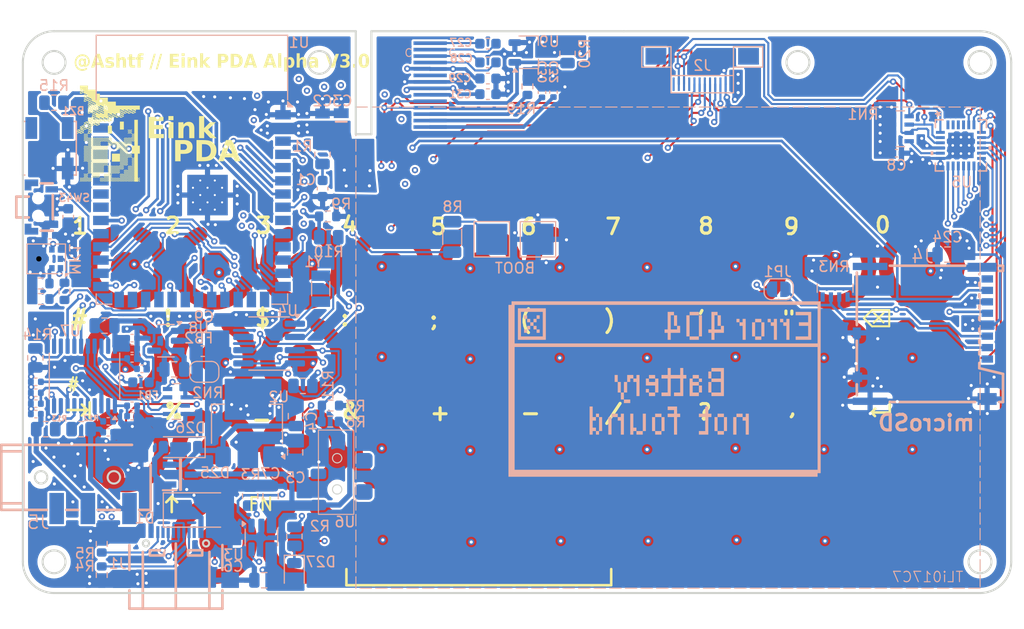
<source format=kicad_pcb>
(kicad_pcb (version 20240108) (generator "pcbnew") (generator_version "8.0")
  (layers (0 "F.Cu" signal) (1 "In1.Cu" signal) (2 "In2.Cu" signal) (31 "B.Cu" signal) (34 "B.Paste" user) (35 "F.Paste" user) (36 "B.SilkS" user "B.Silkscreen") (37 "F.SilkS" user "F.Silkscreen") (38 "B.Mask" user) (39 "F.Mask" user) (44 "Edge.Cuts" user))
  (net 0 "")
  (net 1 "EN")
  (net 2 "+3.3V")
  (net 3 "col1")
  (net 4 "col2")
  (net 5 "col3")
  (net 6 "col4")
  (net 7 "col5")
  (net 9 "col6")
  (net 10 "col8")
  (net 11 "USB_5V")
  (net 12 "BAT+")
  (net 13 "Net-(D27-K)")
  (net 14 "Net-(U3-STAT)")
  (net 15 "Net-(U3-PROG)")
  (net 16 "row1")
  (net 17 "row2")
  (net 18 "row3")
  (net 19 "row4")
  (net 20 "BOOT")
  (net 21 "col7")
  (net 27 "CHRG")
  (net 30 "USB_D+")
  (net 31 "Net-(J1-CC1)")
  (net 32 "USB_D-")
  (net 33 "Net-(J1-CC2)")
  (net 34 "SPI_SCK")
  (net 35 "RES")
  (net 36 "CS")
  (net 37 "SPI_MOSI")
  (net 38 "D{slash}C")
  (net 39 "BUSY")
  (net 40 "SPI_MISO")
  (net 41 "I2C_SDA")
  (net 42 "I2C_SCL")
  (net 43 "GND")
  (net 44 "INT")
  (net 45 "Net-(LCD1-C2+)")
  (net 48 "Net-(LCD1-C2-)")
  (net 49 "BAT_MEAS")
  (net 52 "Net-(RN1-R1.2)")
  (net 53 "MagSense")
  (net 55 "PWR_BTN")
  (net 57 "Net-(R8-Pad2)")
  (net 58 "RTC_INT")
  (net 59 "col9")
  (net 60 "col10")
  (net 64 "Net-(U4-OSCI)")
  (net 65 "Net-(U4-OSCO)")
  (net 68 "SD_CS")
  (net 69 "AGND")
  (net 70 "Net-(BZ1-+)")
  (net 71 "+VSW")
  (net 72 "AVDD")
  (net 73 "+3.3V_DAC")
  (net 74 "Net-(U7-LDOO)")
  (net 75 "Net-(U7-CAPM)")
  (net 76 "Net-(U7-CAPP)")
  (net 77 "VNEG")
  (net 78 "OUT_L")
  (net 79 "OUT_R")
  (net 80 "SD_D0")
  (net 81 "SD_CLK")
  (net 82 "Net-(J4-DAT3{slash}CD)")
  (net 83 "SD_CMD")
  (net 85 "Net-(U7-OUTL)")
  (net 86 "Net-(U7-OUTR)")
  (net 87 "SCK_IN")
  (net 88 "BUZZER")
  (net 89 "Net-(RN2-R3.1)")
  (net 90 "Net-(RN2-R4.1)")
  (net 91 "Net-(RN2-R1.1)")
  (net 92 "Net-(RN2-R2.1)")
  (net 93 "BITCLK_IN")
  (net 94 "WORDSEL_IN")
  (net 95 "DATA_IN")
  (net 97 "Net-(LCD1-C1-)")
  (net 98 "Net-(LCD1-C1+)")
  (net 100 "MIC_WS")
  (net 101 "Net-(MK1-SD)")
  (net 102 "MIC_BCLK")
  (net 103 "MIC_SELECT")
  (net 104 "MIC_DATA")
  (net 105 "Net-(LCD1-VCOMH)")
  (net 106 "Net-(LCD1-VCC)")
  (net 107 "Net-(LCD1-IREF)")
  (net 108 "RES_3.3V")
  (footprint "snaptron_7mm_doublesided:contact_pad_SINGLE" (layer "F.Cu") (at 147.92 65.4)
    (property "Reference" "SW30" (hide yes))
    (property "Value" "~")
  )
  (footprint "snaptron_7mm_doublesided:contact_pad_SINGLE" (layer "F.Cu") (at 79.92 74.2)
    (property "Reference" "SW9" (hide yes))
    (property "Value" "~")
  )
  (footprint "snaptron_7mm_doublesided:contact_pad_SINGLE" (layer "F.Cu") (at 122.392071 56.642929)
    (property "Reference" "SW37" (hide yes))
    (property "Value" "~")
  )
  (footprint "snaptron_7mm_doublesided:contact_pad_SINGLE" (layer "F.Cu") (at 96.92 65.4)
    (property "Reference" "SW20" (hide yes))
    (property "Value" "~")
  )
  (footprint "snaptron_7mm_doublesided:contact_pad_SINGLE" (layer "F.Cu") (at 79.912071 56.642929)
    (property "Reference" "SW7" (hide yes))
    (property "Value" "~")
  )
  (footprint "snaptron_7mm_doublesided:contact_pad_SINGLE" (layer "F.Cu") (at 71.4 65.4)
    (property "Reference" "SW2" (hide yes))
    (property "Value" "~")
  )
  (footprint "snaptron_7mm_doublesided:contact_pad_SINGLE" (layer "F.Cu") (at 139.42 74.2)
    (property "Reference" "SW23" (hide yes))
    (property "Value" "~")
  )
  (footprint "snaptron_7mm_doublesided:contact_pad_SINGLE" (layer "F.Cu") (at 88.42 74.2)
    (property "Reference" "SW15" (hide yes))
    (property "Value" "~")
  )
  (footprint "snaptron_7mm_doublesided:contact_pad_SINGLE" (layer "F.Cu") (at 96.9 83)
    (property "Reference" "SW22" (hide yes))
    (property "Value" "~")
  )
  (footprint "snaptron_7mm_doublesided:contact_pad_SINGLE" (layer "F.Cu") (at 105.4 83)
    (property "Reference" "SW28" (hide yes))
    (property "Value" "~")
  )
  (footprint "LOGO" (layer "F.Cu") (at 70.095957 43.622392)
    (property "Reference" "G***" (hide yes))
    (property "Value" "LOGO" (hide yes))
  )
  (footprint "snaptron_7mm_doublesided:contact_pad_SINGLE" (layer "F.Cu") (at 105.42 65.4)
    (property "Reference" "SW26" (hide yes))
    (property "Value" "~")
  )
  (footprint "snaptron_7mm_doublesided:contact_pad_SINGLE" (layer "F.Cu") (at 79.9 65.4)
    (property "Reference" "SW8" (hide yes))
    (property "Value" "~")
  )
  (footprint "snaptron_7mm_doublesided:contact_pad_SINGLE" (layer "F.Cu") (at 113.88 83)
    (property "Reference" "SW34" (hide yes))
    (property "Value" "~")
  )
  (footprint "snaptron_7mm_doublesided:contact_pad_SINGLE" (layer "F.Cu") (at 147.92 74.2)
    (property "Reference" "SW35" (hide yes))
    (property "Value" "~")
  )
  (footprint "snaptron_7mm_doublesided:contact_pad_SINGLE" (layer "F.Cu") (at 147.892071 56.642929)
    (property "Reference" "SW29" (hide yes))
    (property "Value" "~")
  )
  (footprint "128x32 BARE:UG-2832HSWEG02_WRAPUNDER" (layer "F.Cu") (at 98.62 39.18 180)
    (property "Reference" "LCD1" (hide yes))
    (property "Value" "DISP_OLED_UG-2832HSWEG02" (hide yes))
  )
  (footprint "snaptron_7mm_doublesided:contact_pad_SINGLE" (layer "F.Cu") (at 122.4 74.2)
    (property "Reference" "SW39" (hide yes))
    (property "Value" "~")
  )
  (footprint "snaptron_7mm_doublesided:contact_pad_SINGLE" (layer "F.Cu") (at 71.42 74.2)
    (property "Reference" "SW3" (hide yes))
    (property "Value" "~")
  )
  (footprint "snaptron_7mm_doublesided:contact_pad_SINGLE" (layer "F.Cu") (at 130.9 74.2)
    (property "Reference" "SW11" (hide yes))
    (property "Value" "~")
  )
  (footprint "snaptron_7mm_doublesided:contact_pad_SINGLE" (layer "F.Cu") (at 88.4 83)
    (property "Reference" "SW16" (hide yes))
    (property "Value" "~")
  )
  (footprint "snaptron_7mm_doublesided:contact_pad_SINGLE" (layer "F.Cu") (at 71.392071 56.642929)
    (property "Reference" "SW1" (hide yes))
    (property "Value" "~")
  )
  (footprint "snaptron_7mm_doublesided:contact_pad_SINGLE" (layer "F.Cu") (at 139.4 83)
    (property "Reference" "SW24" (hide yes))
    (property "Value" "~")
  )
  (footprint "snaptron_7mm_doublesided:contact_pad_SINGLE" (layer "F.Cu") (at 105.412071 56.642929)
    (property "Reference" "SW25" (hide yes))
    (property "Value" "~")
  )
  (footprint "snaptron_7mm_doublesided:contact_pad_SINGLE" (layer "F.Cu") (at 96.912071 56.642929)
    (property "Reference" "SW19" (hide yes))
    (property "Value" "~")
  )
  (footprint "snaptron_7mm_doublesided:contact_pad_SINGLE" (layer "F.Cu") (at 113.92 65.4)
    (property "Reference" "SW32" (hide yes))
    (property "Value" "~")
  )
  (footprint "snaptron_7mm_doublesided:contact_pad_SINGLE" (layer "F.Cu") (at 79.9 83)
    (property "Reference" "SW10" (hide yes))
    (property "Value" "~")
  )
  (footprint "snaptron_7mm_doublesided:contact_pad_SINGLE" (layer "F.Cu") (at 139.42 65.4)
    (property "Reference" "SW18" (hide yes))
    (property "Value" "~")
  )
  (footprint "snaptron_7mm_doublesided:contact_pad_SINGLE" (layer "F.Cu") (at 130.892071 56.642929)
    (property "Reference" "SW5" (hide yes))
    (property "Value" "~")
  )
  (footprint "snaptron_7mm_doublesided:contact_pad_SINGLE" (layer "F.Cu") (at 96.9 74.2)
    (property "Reference" "SW21" (hide yes))
    (property "Value" "~")
  )
  (footprint "snaptron_7mm_doublesided:contact_pad_SINGLE" (layer "F.Cu") (at 122.42 65.4)
    (property "Reference" "SW38" (hide yes))
    (property "Value" "~")
  )
  (footprint "snaptron_7mm_doublesided:contact_pad_SINGLE" (layer "F.Cu") (at 122.4 83)
    (property "Reference" "SW40" (hide yes))
    (property "Value" "~")
  )
  (footprint "snaptron_7mm_doublesided:contact_pad_SINGLE" (layer "F.Cu") (at 88.42 65.4)
    (property "Reference" "SW14" (hide yes))
    (property "Value" "~")
  )
  (footprint "snaptron_7mm_doublesided:contact_pad_SINGLE" (layer "F.Cu") (at 105.42 74.2)
    (property "Reference" "SW27" (hide yes))
    (property "Value" "~")
  )
  (footprint "snaptron_7mm_doublesided:contact_pad_SINGLE" (layer "F.Cu") (at 113.92 74.2)
    (property "Reference" "SW33" (hide yes))
    (property "Value" "~")
  )
  (footprint "snaptron_7mm_doublesided:contact_pad_SINGLE" (layer "F.Cu") (at 130.9 83)
    (property "Reference" "SW12" (hide yes))
    (property "Value" "~")
  )
  (footprint "snaptron_7mm_doublesided:contact_pad_SINGLE" (layer "F.Cu") (at 88.412071 56.642929)
    (property "Reference" "SW13" (hide yes))
    (property "Value" "~")
  )
  (footprint "snaptron_7mm_doublesided:contact_pad_SINGLE" (layer "F.Cu") (at 139.412071 56.642929)
    (property "Reference" "SW17" (hide yes))
    (property "Value" "~")
  )
  (footprint "snaptron_7mm_doublesided:contact_pad_SINGLE" (layer "F.Cu") (at 113.912071 56.642929)
    (property "Reference" "SW31" (hide yes))
    (property "Value" "~")
  )
  (footprint "snaptron_7mm_doublesided:contact_pad_SINGLE" (layer "F.Cu") (at 130.9 65.4)
    (property "Reference" "SW6" (hide yes))
    (property "Value" "~")
  )
  (footprint "Inductor_SMD:L_0603_1608Metric" (layer "B.Cu") (at 72.85 67.75 180)
    (property "Reference" "FB1")
    (property "Value" "FerriteBead")
  )
  (footprint "Package_TO_SOT_SMD:SOT-23-5" (layer "B.Cu") (at 75.25 63.75 180)
    (property "Reference" "U8")
    (property "Value" "AP2127K-3.3TRG1")
  )
  (footprint "Resistor_SMD:R_0805_2012Metric" (layer "B.Cu") (at 88.42 68.09)
    (property "Reference" "R11")
    (property "Value" "2k")
  )
  (footprint "CC0805KRX7R9BB104 (100nF):CAPC2012X95N" (layer "B.Cu") (at 90.3 42.7 -90)
    (property "Reference" "C2")
    (property "Value" "100nF" (hide yes))
  )
  (footprint "Resistor_SMD:R_0603_1608Metric" (layer "B.Cu") (at 110 39.3 -90)
    (property "Reference" "R19")
    (property "Value" "390k")
  )
  (footprint "Capacitor_SMD:C_0402_1005Metric" (layer "B.Cu") (at 62.75 69.8 180)
    (property "Reference" "C11" (hide yes))
    (property "Value" "10uF")
  )
  (footprint "Resistor_SMD:R_0805_2012Metric" (layer "B.Cu") (at 113.85 36.15 90)
    (property "Reference" "R20")
    (property "Value" "10K")
  )
  (footprint "Resistor_SMD:R_0603_1608Metric" (layer "B.Cu") (at 63.23 59.74 180)
    (property "Reference" "R16" (hide yes))
    (property "Value" "47k")
  )
  (footprint "Resistor_SMD:R_0603_1608Metric" (layer "B.Cu") (at 63.23 58.25 180)
    (property "Reference" "R18" (hide yes))
    (property "Value" "47k")
  )
  (footprint "Resistor_SMD:R_0805_2012Metric" (layer "B.Cu") (at 67.1 72.25)
    (property "Reference" "R12")
    (property "Value" "470R")
  )
  (footprint "Capacitor_SMD:C_0805_2012Metric" (layer "B.Cu") (at 85.31 78.69 90)
    (property "Reference" "C7")
    (property "Value" "4.7uF")
  )
  (footprint "CL21A226MAQNNNE (22uF):CAPC2012X140N" (layer "B.Cu") (at 92.1 42.7 -90)
    (property "Reference" "C3")
    (property "Value" "22uF" (hide yes))
  )
  (footprint "Capacitor_SMD:C_0402_1005Metric" (layer "B.Cu") (at 72 65.45)
    (property "Reference" "C14" (hide yes))
    (property "Value" "0.1uF")
  )
  (footprint "Capacitor_SMD:C_0603_1608Metric" (layer "B.Cu") (at 106.2 38.55 180)
    (property "Reference" "C29")
    (property "Value" "1uF")
  )
  (footprint "Resistor_SMD:R_0603_1608Metric" (layer "B.Cu") (at 90.8 51.8)
    (property "Reference" "R10")
    (property "Value" "20k")
  )
  (footprint "CC0805KRX7R9BB104 (100nF):CAPC2012X95N" (layer "B.Cu") (at 80.51 62.6 90)
    (property "Reference" "C9")
    (property "Value" "100nF" (hide yes))
  )
  (footprint "Capacitor_SMD:C_0603_1608Metric" (layer "B.Cu") (at 106.2 37 180)
    (property "Reference" "C28")
    (property "Value" "1uF")
  )
  (footprint "Resistor_SMD:R_0603_1608Metric" (layer "B.Cu") (at 91.07 69.98)
    (property "Reference" "R7")
    (property "Value" "100K")
  )
  (footprint "Resistor_SMD:R_0603_1608Metric" (layer "B.Cu") (at 69.08 86.27 -90)
    (property "Reference" "R4")
    (property "Value" "5.1k")
  )
  (footprint "Capacitor_SMD:C_0603_1608Metric" (layer "B.Cu") (at 90.31 49.12 90)
    (property "Reference" "C1")
    (property "Value" "1uF")
  )
  (footprint "TestPoint:TestPoint_Pad_3.0x3.0mm" (layer "B.Cu") (at 106.57 54 180)
    (property "Reference" "TP1" (hide yes))
    (property "Value" "TestPoint")
  )
  (footprint "JLC:USB-TYPE-C-SMD_TYPE-C-16P-QTWT" (layer "B.Cu") (at 76.22 84.4509 180)
    (property "Reference" "J1")
    (property "Value" "USB_C_Receptacle_USB2.0_16P")
    (fp_circle (center 2.8899 1.221) (end 3.1899 1.221) (stroke (width 0.2)) (fill none) (layer "Edge.Cuts"))
    (fp_circle (center -2.8901 1.221) (end -2.5901 1.221) (stroke (width 0.2)) (fill none) (layer "Edge.Cuts"))
  )
  (footprint "Capacitor_SMD:C_0805_2012Metric" (layer "B.Cu") (at 69.35 62.3 180)
    (property "Reference" "C23" (hide yes))
    (property "Value" "10uF")
  )
  (footprint "Capacitor_SMD:C_0805_2012Metric" (layer "B.Cu") (at 84.7 86.7694 180)
    (property "Reference" "C6")
    (property "Value" "4.7uF")
  )
  (footprint "Resistor_SMD:R_Array_Concave_4x0603" (layer "B.Cu") (at 145.840874 43.375189)
    (property "Reference" "RN1")
    (property "Value" "4x10k")
  )
  (footprint "Capacitor_SMD:C_0402_1005Metric" (layer "B.Cu") (at 69.7 71.5 180)
    (property "Reference" "C16" (hide yes))
    (property "Value" "2.2uF")
  )
  (footprint "Crystal:Crystal_SMD_3215-2Pin_3.2x1.5mm" (layer "B.Cu") (at 90.13 58.75 -90)
    (property "Reference" "Y1")
    (property "Value" "Crystal_32.768kHz")
  )
  (footprint "Capacitor_SMD:C_0402_1005Metric" (layer "B.Cu") (at 145.475189 45.725189)
    (property "Reference" "C8")
    (property "Value" "0.1uF")
  )
  (footprint "Resistor_SMD:R_0805_2012Metric" (layer "B.Cu") (at 90.9 53.8 180)
    (property "Reference" "R9")
    (property "Value" "10K")
  )
  (footprint "Capacitor_SMD:C_0402_1005Metric" (layer "B.Cu") (at 62.75 70.8 180)
    (property "Reference" "C21" (hide yes))
    (property "Value" "2.2uF")
  )
  (footprint "Package_TO_SOT_SMD:TSOT-23" (layer "B.Cu") (at 110.1 36.0425)
    (property "Reference" "U9")
    (property "Value" "APX803")
  )
  (footprint "Capacitor_SMD:C_0402_1005Metric" (layer "B.Cu") (at 72 64.5)
    (property "Reference" "C13" (hide yes))
    (property "Value" "0.1uF")
  )
  (footprint "Capacitor_SMD:C_0402_1005Metric" (layer "B.Cu") (at 62.75 68.75 180)
    (property "Reference" "C10" (hide yes))
    (property "Value" "0.1uF")
  )
  (footprint "Capacitor_SMD:C_0402_1005Metric" (layer "B.Cu") (at 72.95 66.45)
    (property "Reference" "C15" (hide yes))
    (property "Value" "10uF")
  )
  (footprint "Resistor_SMD:R_0805_2012Metric" (layer "B.Cu") (at 87.6 82.5594 -90)
    (property "Reference" "R2")
    (property "Value" "470R" (hide yes))
  )
  (footprint "LED_SMD:LED_0805_2012Metric" (layer "B.Cu") (at 87.59 86.0594 -90)
    (property "Reference" "D27")
    (property "Value" "KT-0805Y")
  )
  (footprint "IRLML6302TRPBF:SOT95P237X112-3N" (layer "B.Cu") (at 76.65 76.62)
    (property "Reference" "D25")
    (property "Value" "IRLML6302TRPBF" (hide yes))
  )
  (footprint "Capacitor_SMD:C_0805_2012Metric" (layer "B.Cu") (at 87.75 71 90)
    (property "Reference" "C4")
    (property "Value" "4.7uF")
  )
  (footprint "RF_Module:ESP32-S3-WROOM-1" (layer "B.Cu") (at 77.75 47.29 180)
    (property "Reference" "U1")
    (property "Value" "ESP32-S3-WROOM-1")
  )
  (footprint "Capacitor_SMD:C_0402_1005Metric" (layer "B.Cu") (at 111.4 39.88 90)
    (property "Reference" "C30")
    (property "Value" "10uF")
  )
  (footprint "Package_SO:TSSOP-20_4.4x6.5mm_P0.65mm" (layer "B.Cu") (at 67.425 67.1375 90)
    (property "Reference" "U7")
    (property "Value" "PCM5102A")
  )
  (footprint "Diode_SMD:D_SMA" (layer "B.Cu") (at 78.51 80.02)
    (property "Reference" "D1")
    (property "Value" "SMAJ5.0A")
  )
  (footprint "Capacitor_SMD:C_0603_1608Metric" (layer "B.Cu") (at 106.2 40.05 180)
    (property "Reference" "C31")
    (property "Value" "1uF")
  )
  (footprint "TCA8418:RTW24_2P45X2P45" (layer "B.Cu") (at 151.665874 44.974874 -90)
    (property "Reference" "U5")
    (property "Value" "TCA8418RTWR")
  )
  (footprint "Capacitor_SMD:C_0402_1005Metric" (layer "B.Cu") (at 69.7 72.55)
    (property "Reference" "C20" (hide yes))
    (property "Value" "2.2uF")
  )
  (footprint "Package_TO_SOT_SMD:SOT-23-5" (layer "B.Cu") (at 84.43 82.6519 -90)
    (property "Reference" "U3")
    (property "Value" "MCP73831-2-OT")
  )
  (footprint "Capacitor_SMD:C_0805_2012Metric" (layer "B.Cu") (at 87.67 74.48 -90)
    (property "Reference" "C5")
    (property "Value" "4.7uF")
  )
  (footprint "Capacitor_SMD:C_0402_1005Metric" (layer "B.Cu") (at 64.1 53.6 180)
    (property "Reference" "C25" (hide yes))
    (property "Value" "0.1uF")
  )
  (footprint "Capacitor_SMD:C_0603_1608Metric" (layer "B.Cu") (at 65.86 51.84 -90)
    (property "Reference" "C26" (hide yes))
    (property "Value" "1uF")
  )
  (footprint "Sensor_Audio:InvenSense_ICS-43434-6_3.5x2.65mm" (layer "B.Cu") (at 63.748 55.88 90)
    (property "Reference" "MK1")
    (property "Value" "ICS-43434")
  )
  (footprint "Capacitor_SMD:C_0805_2012Metric" (layer "B.Cu") (at 150.37 55.47 180)
    (property "Reference" "C24")
    (property "Value" "10uF")
  )
  (footprint "Jumper:SolderJumper-2_P1.3mm_Open_RoundedPad1.0x1.5mm" (layer "B.Cu") (at 134.15 58.8)
    (property "Reference" "JP1")
    (property "Value" "SolderJumper_2_Open")
  )
  (footprint "Capacitor_SMD:C_0402_1005Metric" (layer "B.Cu") (at 72 70)
    (property "Reference" "C19" (hide yes))
    (property "Value" "0.1uF")
  )
  (footprint "Capacitor_SMD:C_0402_1005Metric" (layer "B.Cu") (at 62.75 67.7 180)
    (property "Reference" "C17" (hide yes))
    (property "Value" "2.2uF")
  )
  (footprint "Resistor_SMD:R_0805_2012Metric" (layer "B.Cu") (at 64.49 40.87 180)
    (property "Reference" "R15")
    (property "Value" "470R")
  )
  (footprint "Capacitor_SMD:C_0402_1005Metric" (layer "B.Cu") (at 112.5 39.85 90)
    (property "Reference" "C32")
    (property "Value" "10uF")
  )
  (footprint "Resistor_SMD:R_0603_1608Metric" (layer "B.Cu") (at 69.08 83.28 90)
    (property "Reference" "R5")
    (property "Value" "5.1k")
  )
  (footprint "Resistor_SMD:R_0603_1608Metric" (layer "B.Cu") (at 91.04 71.52 180)
    (property "Reference" "R6")
    (property "Value" "100K")
  )
  (footprint "Resistor_SMD:R_0805_2012Metric" (layer "B.Cu") (at 62.7 65.4 90)
    (property "Reference" "R14")
    (property "Value" "10K")
  )
  (footprint "Capacitor_SMD:C_0402_1005Metric" (layer "B.Cu") (at 72 71)
    (property "Reference" "C18" (hide yes))
    (property "Value" "10uF")
  )
  (footprint "Capacitor_SMD:C_0402_1005Metric" (layer "B.Cu") (at 72 63.5)
    (property "Reference" "C12" (hide yes))
    (property "Value" "10uF")
  )
  (footprint "Jumper:SolderJumper-2_P1.3mm_Open_RoundedPad1.0x1.5mm" (layer "B.Cu") (at 78.94 66.74 180)
    (property "Reference" "JP8" (hide yes))
    (property "Value" "SolderJumper_2_Open")
  )
  (footprint "AFC01-S12FCA-00:AFC01-S12FCA-00" (layer "B.Cu") (at 126.8 39.091372)
    (property "Reference" "J2")
    (property "Value" "Conn_01x12_Pin")
  )
  (footprint "Capacitor_SMD:C_0603_1608Metric" (layer "B.Cu") (at 106.2 35.2 180)
    (property "Reference" "C27")
    (property "Value" "1uF")
  )
  (footprint "Package_SO:SOIC-8_3.9x4.9mm_P1.27mm" (layer "B.Cu") (at 85.17 64.02 180)
    (property "Reference" "U4")
    (property "Value" "PCF8563T")
  )
  (footprint "Diode_SMD:D_SOD-123" (layer "B.Cu") (at 76.66 73.98 180)
    (property "Reference" "D26")
    (property "Value" "1N4148W")
  )
  (footprint "TestPoint:TestPoint_Pad_3.0x3.0mm" (layer "B.Cu") (at 111.01 54 180)
    (property "Reference" "TP2" (hide yes))
    (property "Value" "TestPoint")
  )
  (footprint "JLC:SW-SMD_TS24CA" (layer "B.Cu") (at 63.3 50.9 -90)
    (property "Reference" "SW43")
    (property "Value" "EVQPUL02K")
  )
  (footprint "Resistor_SMD:R_0805_2012Metric" (layer "B.Cu") (at 63.7 72.25 180)
    (property "Reference" "R13")
    (property "Value" "470R")
  )
  (footprint "LOGO" (layer "B.Cu") (at 123.18 68.4 180)
    (property "Reference" "G***" (hide yes))
    (property "Value" "LOGO" (hide yes))
  )
  (footprint "BC-4-3PD:BC-4-3PD" (layer "B.Cu") (at 91.71 76.54 -90)
    (property "Reference" "U6")
    (property "Value" "BC-4-3PD")
    (fp_circle (center -1.5 0) (end -1.05 0) (stroke (width 0.1)) (fill none) (layer "Edge.Cuts"))
    (fp_circle (center 1.5 0) (end 1.95 0) (stroke (width 0.1)) (fill none) (layer "Edge.Cuts"))
  )
  (footprint "Resistor_SMD:R_Array_Concave_4x0603" (layer "B.Cu") (at 139.57 58.7 -90)
    (property "Reference" "RN3")
    (property "Value" "4x10k")
  )
  (footprint "JLC:AUDIO-SMD_PJ-320D" (layer "B.Cu") (at 68.8 76.88 -90)
    (property "Reference" "J5")
    (property "Value" "AudioJack3_Ground")
    (fp_circle (center 0 5.5499) (end 0.6 5.5499) (stroke (width 0.2)) (fill none) (layer "Edge.Cuts"))
    (fp_circle (center 0 -1.4501) (end 0.6 -1.4501) (stroke (width 0.2)) (fill none) (layer "Edge.Cuts"))
  )
  (footprint "Package_TO_SOT_SMD:SOT-223-3_TabPin2" (layer "B.Cu") (at 83.0425 71.76 90)
    (property "Reference" "U2")
    (property "Value" "AP2114H-3.3TRG1")
  )
  (footprint "Resistor_SMD:R_Array_Concave_4x0603" (layer "B.Cu") (at 76.26 69.59)
    (property "Reference" "RN2")
    (property "Value" "4x10k")
  )
  (footprint "Resistor_SMD:R_0603_1608Metric" (layer "B.Cu") (at 65.5 59.005 90)
    (property "Reference" "R17" (hide yes))
    (property "Value" "68R")
  )
  (footprint "Capacitor_SMD:C_0805_2012Metric" (layer "B.Cu") (at 76.05 66.5 180)
    (property "Reference" "C22" (hide yes))
    (property "Value" "10uF")
  )
  (footprint "JLC:BUZ-SMD_3P_L5.0-W5.0-P3.50-TL" (layer "B.Cu") (at 64.06 45.25 -90)
    (property "Reference" "BZ1")
    (property "Value" "Buzzer")
  )
  (footprint "Resistor_SMD:R_1206_3216Metric" (layer "B.Cu") (at 102.77 53.77 90)
    (property "Reference" "R8")
    (property "Value" "100R")
  )
  (footprint "Resistor_SMD:R_0805_2012Metric" (layer "B.Cu") (at 83.35 78.68 -90)
    (property "Reference" "R3")
    (property "Value" "2k")
  )
  (footprint "Resistor_SMD:R_0805_2012Metric" (layer "B.Cu") (at 90.3 45.85 -90)
    (property "Reference" "R1")
    (property "Value" "10K")
  )
  (footprint "JLC:TF-SMD_503398-1892" (layer "B.Cu") (at 147.93 63.0902 90)
    (property "Reference" "J4")
    (property "Value" "Micro_SD_Card")
  )
  (footprint "Inductor_SMD:L_0603_1608Metric" (layer "B.Cu") (at 78.79 64.75 180)
    (property "Reference" "FB2")
    (property "Value" "FerriteBead")
  )
  (gr_circle (center 91.711654 75.04) (end 92.89 75.04) (stroke (width 0.2)) (fill solid) (layer "F.Cu") (net 18))
  (gr_circle (center 70.05 76.87) (end 71.159234 76.87) (stroke (width 0.2)) (fill solid) (layer "F.Cu") (net 18))
  (gr_poly (pts (xy 112.65 37.55) (xy 109.65 37.55) (xy 109.65 39.15) (xy 110.7 39.15) (xy 111.15 39.7) (xy 114.05 39.7) (xy 114.05 38.3)) (stroke (width 0.2)) (fill solid) (layer "B.Cu") (net 43))
  (gr_poly (pts (xy 77.39 62.93) (xy 77.39 63.84) (xy 77.62 64.46) (xy 77.62 65.43) (xy 77.86 65.98) (xy 77.87 67.66) (xy 76.64 67.66) (xy 76.64 68.5) (xy 78.7 68.5) (xy 78.7 63.06)) (stroke (width 0.2)) (fill solid) (layer "B.Cu") (net 69))
  (gr_rect (start 70.35 63.3) (end 71.65 64.7) (stroke (width 0.2)) (fill solid) (layer "B.Cu") (net 73))
  (gr_poly (pts (xy 129.5 37.8) (xy 130.6 37.8) (xy 130.6 40.05) (xy 130 40.8) (xy 129.8 40.8) (xy 129.8 39.85) (xy 129.5 39.7)) (stroke (width 0.2)) (fill solid) (layer "B.Cu") (net 2))
  (gr_poly (pts (xy 69.8 86.2) (xy 70.15 85.87) (xy 73.6 85.87) (xy 73.6 87.4) (xy 67.6 87.4) (xy 67.6 86.2)) (stroke (width 0.2)) (fill solid) (layer "B.Cu") (net 43))
  (gr_poly (pts (xy 88.42 73.91) (xy 87.14 73.91) (xy 86.74 73.6) (xy 81.53 73.59) (xy 81.53 73.45) (xy 82.4 72.58) (xy 86.61 72.59) (xy 87.06 72.78) (xy 88.41 72.78)) (stroke (width 0.2)) (fill solid) (layer "B.Cu") (net 2))
  (gr_poly (pts (xy 84.75 74) (xy 86.4 74) (xy 87.15 74.7) (xy 88.25 74.7) (xy 89.1 73.85) (xy 89.1 72.38) (xy 90.8 72.38) (xy 90.8 75.6) (xy 89.1 75.6) (xy 88.55 76.25) (xy 87.15 76.25) (xy 86.5 75.85) (xy 84.75 75.85)) (stroke (width 0.2)) (fill solid) (layer "B.Cu") (net 43))
  (gr_poly (pts (xy 148.9 45.17) (xy 148.11 44.5) (xy 148.11 44) (xy 147.5 44) (xy 147.5 44.8) (xy 148 45.28) (xy 150.05 45.28) (xy 150.05 45.17)) (stroke (width 0.2)) (fill solid) (layer "B.Cu") (net 2))
  (gr_poly (pts (xy 85.4 42.9) (xy 87.5 42.9) (xy 88 42.7) (xy 88.3 42.7) (xy 88.3 44.1) (xy 88 44.1) (xy 87.6 43.8) (xy 85.6 43.8) (xy 85.1 44.3) (xy 83.9 43.6) (xy 84.9 42.7)) (stroke (width 0.2)) (fill solid) (layer "B.Cu") (net 2))
  (gr_poly (pts (xy 63.4 53.9) (xy 63.4 53.4) (xy 63.75 53.4) (xy 63.75 54.3) (xy 63.65 54.6) (xy 63.65 55.35) (xy 63.9 55.75) (xy 63.9 56) (xy 63.5 56.6) (xy 63.5 57.5) (xy 62.8 57.5) (xy 62.8 60.15) (xy 62 60.15) (xy 62 53.9)) (stroke (width 0.2)) (fill solid) (layer "B.Cu") (net 43))
  (gr_poly (pts (xy 72.4 81.75) (xy 72.7 81.4) (xy 73.2 81.4) (xy 73.2 82.5) (xy 72.8 82.5) (xy 72.4 83.15) (xy 69.8 83.15) (xy 69.5 83.35) (xy 67.85 83.35) (xy 67.85 81.75)) (stroke (width 0.2)) (fill solid) (layer "B.Cu") (net 43))
  (gr_poly (pts (xy 154.8 61.9) (xy 153.6 61.9) (xy 153.3 61.7) (xy 153.3 61.4) (xy 151.8 61.4) (xy 151.8 62.8) (xy 153.3 62.8) (xy 153.6 62.6) (xy 154.8 62.6)) (stroke (width 0.2)) (fill solid) (layer "B.Cu") (net 2))
  (gr_poly (pts (xy 68.65 81.75) (xy 68.65 81.35) (xy 70.55 81.35) (xy 70.55 81.75)) (stroke (width 0.2)) (fill solid) (layer "B.Cu") (net 43))
  (gr_poly (pts (xy 86.8 71.2) (xy 88.4 70.5) (xy 88.4 69.5) (xy 86.85 69.02) (xy 86.3 69.6) (xy 86.3 70.8)) (stroke (width 0.2)) (fill solid) (layer "B.Cu") (net 43))
  (gr_poly (pts (xy 67.3 52) (xy 67.3 53.3) (xy 66.6 54) (xy 66.6 55.8) (xy 65.9 55.8) (xy 65.7 55.2) (xy 65.05 55.2) (xy 65.05 53.85) (xy 64.4 53.85) (xy 64.4 53.4) (xy 64.9 53.4) (xy 65.4 52.9) (xy 65.4 52)) (stroke (width 0.2)) (fill solid) (layer "B.Cu") (net 2))
  (gr_poly (pts (xy 79.11 62.86) (xy 81.24 62.85) (xy 81.25 65.08) (xy 80.59 65.19) (xy 80.31 65.69) (xy 80.3 67.66) (xy 79.1 67.67)) (stroke (width 0.2)) (fill solid) (layer "B.Cu") (net 43))
  (gr_poly (pts (xy 84.55 79.2) (xy 84.55 80) (xy 85.05 80.7) (xy 85.05 82.15) (xy 85.75 82.15) (xy 85.75 80.75) (xy 86.4 79.95) (xy 89.75 79.95) (xy 89.75 79.2)) (stroke (width 0.2)) (fill solid) (layer "B.Cu") (net 12))
  (gr_poly (pts (xy 88.3 42.7) (xy 92.9 42.7) (xy 92.9 44) (xy 88.7 44) (xy 88.3 44.1)) (stroke (width 0.2)) (fill solid) (layer "B.Cu") (net 2))
  (gr_poly (pts (xy 138.2 58.3) (xy 136.75 57.45) (xy 136.75 55.8) (xy 138.7 55.8) (xy 139.75 56.8) (xy 140.85 56.8) (xy 140.85 57.4) (xy 141.1 57.4) (xy 141.1 58.3)) (stroke (width 0.2)) (fill solid) (layer "B.Cu") (net 2))
  (gr_poly (pts (xy 89.49 43.82) (xy 89.48 45.23) (xy 90.85 45.28) (xy 91.53 46.39) (xy 91.58 49.33) (xy 95.43 49.41) (xy 95.21 47.22) (xy 95.18 44.44) (xy 93.04 44.44) (xy 92.92 43.83)) (stroke (width 0.2)) (fill solid) (layer "B.Cu") (net 2))
  (gr_poly (pts (xy 80 61.2) (xy 81.5 61.2) (xy 81.8 61) (xy 85.9 61) (xy 85.9 61.7) (xy 85.2 62.3) (xy 80 62.3)) (stroke (width 0.2)) (fill solid) (layer "B.Cu") (net 2))
  (gr_poly (pts (xy 63.4 53.55) (xy 63.4 52.5) (xy 63.65 52.3) (xy 64.8 52.3) (xy 64.8 52.8) (xy 64.1 52.8) (xy 63.8 53.25) (xy 63.8 53.55)) (stroke (width 0.2)) (fill solid) (layer "B.Cu") (net 43))
  (gr_poly (pts (xy 78.65 80.8) (xy 74.15 80.8) (xy 74.15 76.65) (xy 75.7 77.85) (xy 75.7 79.15) (xy 77.6 79.15) (xy 77.6 79.75)) (stroke (width 0.2)) (fill solid) (layer "B.Cu") (net 11))
  (gr_poly (pts (xy 72.75 70.85) (xy 74.1 72.45) (xy 74.1 73.05) (xy 73.3 74.5) (xy 73.3 75.35) (xy 71.3 75.35) (xy 71.3 73.2) (xy 70.25 73.2) (xy 70.25 72.3) (xy 71.05 72.3) (xy 71.8 71.6) (xy 72.25 71.6) (xy 72.25 70.85)) (stroke (width 0.2)) (fill solid) (layer "B.Cu") (net 69))
  (gr_poly (pts (xy 73.2 66.3) (xy 72.8 65.7) (xy 72.3 65.7) (xy 72.3 65.2) (xy 72.63 65.23) (xy 73.15 65.78) (xy 73.6 65.78) (xy 73.6 66.7) (xy 73.2 66.7)) (stroke (width 0.2)) (fill solid) (layer "B.Cu") (net 69))
  (gr_poly (pts (xy 110.85 36) (xy 110.85 35.2) (xy 111.25 34.5) (xy 115.55 34.5) (xy 115.55 36.55) (xy 114.85 36.55) (xy 114.55 36.2) (xy 113.05 36.2) (xy 112.8 36.45) (xy 110.85 36.45)) (stroke (width 0.2)) (fill solid) (layer "B.Cu") (net 2))
  (gr_rect (start 82 77.2) (end 85.6 78.15) (stroke (width 0.2)) (fill solid) (layer "B.Cu") (net 43))
  (gr_rect (start 143.4 40.9) (end 145.35 46.16) (stroke (width 0.2)) (fill solid) (layer "B.Cu") (net 2))
  (gr_poly (pts (xy 84.34 73.75) (xy 84.01 74.11) (xy 84.01 75.93) (xy 82.24 75.9) (xy 82.24 74.29) (xy 81.53 73.71)) (stroke (width 0.2)) (fill solid) (layer "B.Cu") (net 2))
  (gr_poly (pts (xy 85.82 83.2194) (xy 85.82 85.2694) (xy 86.77 86.1194) (xy 88.47 86.1194) (xy 88.47 87.6894) (xy 85.08 87.6894) (xy 84.91 87.5194) (xy 84.91 83.2194)) (stroke (width 0.2)) (fill solid) (layer "B.Cu") (net 11))
  (gr_poly (pts (xy 79.2 80.25) (xy 79.2 82.6) (xy 79.65 82.6) (xy 80.4 83.3) (xy 82.4 83.3) (xy 82.4 81.75) (xy 81.7 80.8) (xy 81.7 80.2)) (stroke (width 0.2)) (fill solid) (layer "B.Cu") (net 43))
  (gr_poly (pts (xy 82 78.35) (xy 81.7 78.35) (xy 81.7 80.8) (xy 79.2 80.79) (xy 79.19 79.98) (xy 78.95 79.98) (xy 78.3 79.33) (xy 78.3 77.6) (xy 82.1 77.55)) (stroke (width 0.2)) (fill solid) (layer "B.Cu") (net 43))
  (gr_poly (pts (xy 81 67.5) (xy 81 71.25) (xy 85.5 71.25) (xy 85.5 69.5) (xy 86.25 68.5) (xy 86.25 67.5)) (stroke (width 0.2)) (fill solid) (layer "B.Cu") (net 2))
  (gr_poly (pts (xy 151.85 55.9) (xy 152.95 55.9) (xy 152.95 54.3) (xy 152.5 53.55) (xy 151.75 53.2) (xy 150.85 53.2) (xy 150.85 56.15) (xy 151.85 56.15)) (stroke (width 0.2)) (fill solid) (layer "B.Cu") (net 2))
  (gr_line (start 144.83 70.65) (end 143.06 70.65) (stroke (width 0.25)) (layer "F.SilkS"))
  (gr_line (start 67.7 70.41) (end 67.17 70.94) (stroke (width 0.25)) (layer "F.SilkS"))
  (gr_line (start 75.81 80.22) (end 75.81 78.74) (stroke (width 0.25)) (layer "F.SilkS"))
  (gr_line (start 144.775 62.36) (end 143.205 62.36) (stroke (width 0.2)) (layer "F.SilkS"))
  (gr_line (start 143.13 62.375) (end 142.36 61.605) (stroke (width 0.2)) (layer "F.SilkS"))
  (gr_line (start 143.06 70.65) (end 143.43 70.28) (stroke (width 0.25)) (layer "F.SilkS"))
  (gr_line (start 144.83 69.62) (end 144.83 70.65) (stroke (width 0.25)) (layer "F.SilkS"))
  (gr_line (start 143.135 60.8) (end 144.775 60.8) (stroke (width 0.2)) (layer "F.SilkS"))
  (gr_line (start 144.775 60.8) (end 144.775 62.36) (stroke (width 0.2)) (layer "F.SilkS"))
  (gr_line (start 92.6 85.7) (end 92.6 87.25) (stroke (width 0.25)) (layer "F.SilkS"))
  (gr_line (start 67.92 69.67) (end 67.92 71.17) (stroke (width 0.25)) (layer "F.SilkS"))
  (gr_rect (start 72.22 42.52) (end 72.55 48.45) (stroke (width 0.01)) (fill solid) (layer "F.SilkS"))
  (gr_line (start 143.06 70.65) (end 143.4 70.99) (stroke (width 0.25)) (layer "F.SilkS"))
  (gr_line (start 92.6 87.25) (end 118.05 87.25) (stroke (width 0.25)) (layer "F.SilkS"))
  (gr_line (start 65.8 70.41) (end 67.7 70.41) (stroke (width 0.25)) (layer "F.SilkS"))
  (gr_line (start 75.81 78.74) (end 76.34 79.27) (stroke (width 0.25)) (layer "F.SilkS"))
  (gr_line (start 143.285 62.03) (end 144.225 61.09) (stroke (width 0.2)) (layer "F.SilkS"))
  (gr_line (start 143.305 61.08) (end 144.225 62) (stroke (width 0.2)) (layer "F.SilkS"))
  (gr_line (start 118.05 85.7) (end 118.05 87.25) (stroke (width 0.25)) (layer "F.SilkS"))
  (gr_line (start 67.7 70.41) (end 67.17 69.88) (stroke (width 0.25)) (layer "F.SilkS"))
  (gr_line (start 75.81 78.74) (end 75.28 79.27) (stroke (width 0.25)) (layer "F.SilkS"))
  (gr_line (start 142.34 61.575) (end 143.13 60.785) (stroke (width 0.2)) (layer "F.SilkS"))
  (gr_line (start 153.5 88) (end 64.5 88) (stroke (width 0.2)) (layer "Edge.Cuts"))
  (gr_line (start 98.85 34) (end 119.27 34) (stroke (width 0.2)) (layer "Edge.Cuts"))
  (gr_line (start 156.5 37) (end 156.5 85) (stroke (width 0.2)) (layer "Edge.Cuts"))
  (gr_circle (center 153.5 37) (end 154.6 37) (stroke (width 0.2)) (fill none) (layer "Edge.Cuts"))
  (gr_arc (start 156.5 85) (mid 155.62132 87.12132) (end 153.5 88) (stroke (width 0.2)) (layer "Edge.Cuts"))
  (gr_arc (start 61.5 37) (mid 62.37868 34.87868) (end 64.5 34) (stroke (width 0.2)) (layer "Edge.Cuts"))
  (gr_line (start 119.27 34) (end 153.5 34) (stroke (width 0.2)) (layer "Edge.Cuts"))
  (gr_line (start 93.5 43.9) (end 95 43.9) (stroke (width 0.2)) (layer "Edge.Cuts"))
  (gr_circle (center 64.5 37) (end 65.6 37) (stroke (width 0.2)) (fill none) (layer "Edge.Cuts"))
  (gr_line (start 95 43.9) (end 95 34) (stroke (width 0.2)) (layer "Edge.Cuts"))
  (gr_line (start 95 34) (end 98.85 34) (stroke (width 0.2)) (layer "Edge.Cuts"))
  (gr_line (start 61.5 85) (end 61.5 37) (stroke (width 0.2)) (layer "Edge.Cuts"))
  (gr_arc (start 153.5 34) (mid 155.62132 34.87868) (end 156.5 37) (stroke (width 0.2)) (layer "Edge.Cuts"))
  (gr_arc (start 64.5 88) (mid 62.37868 87.12132) (end 61.5 85) (stroke (width 0.2)) (layer "Edge.Cuts"))
  (gr_circle (center 90 37) (end 91.1 37) (stroke (width 0.2)) (fill none) (layer "Edge.Cuts"))
  (gr_circle (center 64.5 85) (end 65.6 85) (stroke (width 0.2)) (fill none) (layer "Edge.Cuts"))
  (gr_circle (center 153.5 85) (end 154.6 85) (stroke (width 0.2)) (fill none) (layer "Edge.Cuts"))
  (gr_line (start 64.5 34) (end 93.5 34) (stroke (width 0.2)) (layer "Edge.Cuts"))
  (gr_line (start 93.5 43.9) (end 93.5 34) (stroke (width 0.2)) (layer "Edge.Cuts"))
  (gr_circle (center 136 37) (end 137.1 37) (stroke (width 0.2)) (fill none) (layer "Edge.Cuts"))
  (gr_text "microSD" (at 153.14 72.52 0) (layer "B.SilkS") (effects (font (size 1.5 1.5) (thickness 0.3) (bold yes)) (justify left bottom mirror)))
  (gr_text "BOOT" (at 110.83 57.36 0) (layer "B.SilkS") (effects (font (size 1 1)) (justify left bottom mirror)))
  (gr_text "5" (at 100.53 53.66 0) (layer "F.SilkS") (effects (font (size 1.5 1.5) (thickness 0.3) (bold yes)) (justify left bottom)))
  (gr_text "_" (at 83.69 71.44 0) (layer "F.SilkS") (effects (font (size 1.5 1.5) (thickness 0.3) (bold yes)) (justify left bottom)))
  (gr_text "@Ashtf // Eink PDA Alpha V3.0" (at 66.37 37.72 0) (layer "F.SilkS") (effects (font (size 1.3 1.2) (thickness 0.25) (bold yes)) (justify left bottom)))
  (gr_text "!" (at 74.9 62.49 0) (layer "F.SilkS") (effects (font (size 1.5 1.5) (thickness 0.3) (bold yes)) (justify left bottom)))
  (gr_text "PDA" (at 75.88 46.84 0) (layer "F.SilkS") (effects (font (size 2 2) (thickness 0.3) (bold yes) (italic yes)) (justify left bottom)))
  (gr_text "6" (at 109.22 53.66 0) (layer "F.SilkS") (effects (font (size 1.5 1.5) (thickness 0.3) (bold yes)) (justify left bottom)))
  (gr_text "/" (at 117.28 71.54 0) (layer "F.SilkS") (effects (font (size 1.5 1.5) (thickness 0.3) (bold yes)) (justify left bottom)))
  (gr_text "FN" (at 83.05 80.19 0) (layer "F.SilkS") (effects (font (size 1.25 1.25) (thickness 0.2) (bold yes)) (justify left bottom)))
  (gr_text "," (at 134.87 71.05 0) (layer "F.SilkS") (effects (font (size 1.5 1.5) (thickness 0.3) (bold yes)) (justify left bottom)))
  (gr_text "0" (at 143.24 53.51 0) (layer "F.SilkS") (effects (font (size 1.5 1.5) (thickness 0.3) (bold yes)) (justify left bottom)))
  (gr_text "4" (at 91.99 53.51 0) (layer "F.SilkS") (effects (font (size 1.5 1.5) (thickness 0.3) (bold yes)) (justify left bottom)))
  (gr_text "+" (at 100.48 71.54 0) (layer "F.SilkS") (effects (font (size 1.5 1.5) (thickness 0.3) (bold yes)) (justify left bottom)))
  (gr_text "'" (at 126.15 62.54 0) (layer "F.SilkS") (effects (font (size 1.5 1.5) (thickness 0.3) (bold yes)) (justify left bottom)))
  (gr_text "7" (at 117.33 53.66 0) (layer "F.SilkS") (effects (font (size 1.5 1.5) (thickness 0.3) (bold yes)) (justify left bottom)))
  (gr_text "1" (at 66.07 53.61 0) (layer "F.SilkS") (effects (font (size 1.5 1.5) (thickness 0.3) (bold yes)) (justify left bottom)))
  (gr_text "{dblquote}" (at 134.36 62.59 0) (layer "F.SilkS") (effects (font (size 1.5 1.5) (thickness 0.3) (bold yes)) (justify left bottom)))
  (gr_text "9" (at 134.46 53.66 0) (layer "F.SilkS") (effects (font (size 1.5 1.5) (thickness 0.3) (bold yes)) (justify left bottom)))
  (gr_text ":" (at 91.89 62.44 0) (layer "F.SilkS") (effects (font (size 1.5 1.5) (thickness 0.3) (bold yes)) (justify left bottom)))
  (gr_text "#" (at 65.72 68.48 0) (layer "F.SilkS") (effects (font (size 1 1) (thickness 0.2) (bold yes)) (justify left bottom)))
  (gr_text ")" (at 117.23 62.59 0) (layer "F.SilkS") (effects (font (size 1.5 1.5) (thickness 0.3) (bold yes)) (justify left bottom)))
  (gr_text "8" (at 126.25 53.61 0) (layer "F.SilkS") (effects (font (size 1.5 1.5) (thickness 0.3) (bold yes)) (justify left bottom)))
  (gr_text "%" (at 74.95 71.44 0) (layer "F.SilkS") (effects (font (size 1.5 1.5) (thickness 0.3) (bold yes)) (justify left bottom)))
  (gr_text "3" (at 83.74 53.56 0) (layer "F.SilkS") (effects (font (size 1.5 1.5) (thickness 0.3) (bold yes)) (justify left bottom)))
  (gr_text "2" (at 75 53.56 0) (layer "F.SilkS") (effects (font (size 1.5 1.5) (thickness 0.3) (bold yes)) (justify left bottom)))
  (gr_text "&" (at 91.94 71.39 0) (layer "F.SilkS") (effects (font (size 1.5 1.5) (thickness 0.3) (bold yes)) (justify left bottom)))
  (gr_text "$" (at 83.64 62.49 0) (layer "F.SilkS") (effects (font (size 1.5 1.5) (thickness 0.3) (bold yes)) (justify left bottom)))
  (gr_text "?" (at 126.2 71.49 0) (layer "F.SilkS") (effects (font (size 1.5 1.5) (thickness 0.3) (bold yes)) (justify left bottom)))
  (gr_text ";" (at 100.43 62.59 0) (layer "F.SilkS") (effects (font (size 1.5 1.5) (thickness 0.3) (bold yes)) (justify left bottom)))
  (gr_text "(" (at 109.12 62.59 0) (layer "F.SilkS") (effects (font (size 1.5 1.5) (thickness 0.3) (bold yes)) (justify left bottom)))
  (gr_text "Eink" (at 73.34 44.62 0) (layer "F.SilkS") (effects (font (size 2 2) (thickness 0.3) (bold yes) (italic yes)) (justify left bottom)))
  (gr_text "#" (at 65.97 62.54 0) (layer "F.SilkS") (effects (font (size 1.5 1.5) (thickness 0.3) (bold yes)) (justify left bottom)))
  (gr_text "-" (at 109.17 71.54 0) (layer "F.SilkS") (effects (font (size 1.5 1.5) (thickness 0.3) (bold yes)) (justify left bottom)))
  (segment (start 90.3 46.7625) (end 90.3 48.335) (width 0.25) (layer "B.Cu") (net 1))
  (segment (start 88.1075 44.57) (end 86.5 44.57) (width 0.25) (layer "B.Cu") (net 1))
  (segment (start 90.3 48.335) (end 90.31 48.345) (width 0.25) (layer "B.Cu") (net 1))
  (segment (start 90.3 46.7625) (end 88.1075 44.57) (width 0.25) (layer "B.Cu") (net 1))
  (via (at 99.19 47.35) (size 0.6) (drill 0.3) (layers "F.Cu" "B.Cu") (net 2))
  (via (at 96.28 40.08) (size 0.6) (drill 0.3) (layers "F.Cu" "B.Cu") (net 2))
  (via (at 89.86 66.82) (size 0.6) (drill 0.3) (layers "F.Cu" "B.Cu") (net 2))
  (via (at 83.145722 70.874157) (size 0.6) (drill 0.3) (layers "F.Cu" "B.Cu") (net 2))
  (via (at 85.5 61.8) (size 0.6) (drill 0.3) (layers "F.Cu" "B.Cu") (net 2))
  (via (at 112.6 36.05) (size 0.6) (drill 0.3) (layers "F.Cu" "B.Cu") (net 2))
  (via (at 143.9 45.7) (size 0.6) (drill 0.3) (layers "F.Cu" "B.Cu") (net 2))
  (via (at 85 43.8) (size 0.6) (drill 0.3) (layers "F.Cu" "B.Cu") (net 2))
  (via (at 94.87 47.4) (size 0.6) (drill 0.3) (layers "F.Cu" "B.Cu") (net 2))
  (via (at 115.1 36.15) (size 0.6) (drill 0.3) (layers "F.Cu" "B.Cu") (net 2))
  (via (at 66.2 55.6) (size 0.6) (drill 0.3) (layers "F.Cu" "B.Cu") (net 2))
  (via (at 84.02 40.2) (size 0.6) (drill 0.3) (layers "F.Cu" "B.Cu") (net 2))
  (via (at 65.6 53.5) (size 0.6) (drill 0.3) (layers "F.Cu" "B.Cu") (net 2))
  (via (at 151.6 53.85) (size 0.6) (drill 0.3) (layers "F.Cu" "B.Cu") (net 2))
  (via (at 66.2 54.8) (size 0.6) (drill 0.3) (layers "F.Cu" "B.Cu") (net 2))
  (via (at 92.58 48.87) (size 0.6) (drill 0.3) (layers "F.Cu" "B.Cu") (net 2))
  (via (at 85.25 70) (size 0.6) (drill 0.3) (layers "F.Cu" "B.Cu") (net 2))
  (via (at 86.352973 73.400001) (size 0.6) (drill 0.3) (layers "F.Cu" "B.Cu") (net 2))
  (via (at 66.3 53.6) (size 0.6) (drill 0.3) (layers "F.Cu" "B.Cu") (net 2))
  (via (at 152.25 54.15) (size 0.6) (drill 0.3) (layers "F.Cu" "B.Cu") (net 2))
  (via (at 98.4 39.65) (size 0.6) (drill 0.3) (layers "F.Cu" "B.Cu") (net 2))
  (via (at 84.4 43.5) (size 0.6) (drill 0.3) (layers "F.Cu" "B.Cu") (net 2))
  (via (at 129.95 40.55) (size 0.6) (drill 0.3) (layers "F.Cu" "B.Cu") (net 2))
  (via (at 152.45 54.85) (size 0.6) (drill 0.3) (layers "F.Cu" "B.Cu") (net 2))
  (via (at 85.5 69) (size 0.6) (drill 0.3) (layers "F.Cu" "B.Cu") (net 2))
  (via (at 130.25 39) (size 0.6) (drill 0.3) (layers "F.Cu" "B.Cu") (net 2))
  (via (at 102.85 37.63) (size 0.6) (drill 0.3) (layers "F.Cu" "B.Cu") (net 2))
  (via (at 98.24 48.68) (size 0.6) (drill 0.3) (layers "F.Cu" "B.Cu") (net 2))
  (via (at 143.9 43.8) (size 0.6) (drill 0.3) (layers "F.Cu" "B.Cu") (net 2))
  (via (at 90.46 39.35) (size 0.6) (drill 0.3) (layers "F.Cu" "B.Cu") (net 2))
  (via (at 152.8 62.6) (size 0.6) (drill 0.3) (layers "F.Cu" "B.Cu") (net 2))
  (via (at 143.9 43) (size 0.6) (drill 0.3) (layers "F.Cu" "B.Cu") (net 2))
  (via (at 88.81 39.72) (size 0.6) (drill 0.3) (layers "F.Cu" "B.Cu") (net 2))
  (via (at 82.442012 70.313446) (size 0.6) (drill 0.3) (layers "F.Cu" "B.Cu") (net 2))
  (via (at 92.07 39.18) (size 0.6) (drill 0.3) (layers "F.Cu" "B.Cu") (net 2))
  (via (at 82 61.25) (size 0.6) (drill 0.3) (layers "F.Cu" "B.Cu") (net 2))
  (via (at 137.5 56) (size 0.6) (drill 0.3) (layers "F.Cu" "B.Cu") (net 2))
  (via (at 65.9 54.2) (size 0.6) (drill 0.3) (layers "F.Cu" "B.Cu") (net 2))
  (via (at 130.25 38.15) (size 0.6) (drill 0.3) (layers "F.Cu" "B.Cu") (net 2))
  (via (at 143.9 41.3) (size 0.6) (drill 0.3) (layers "F.Cu" "B.Cu") (net 2))
  (via (at 86.76 72.8) (size 0.6) (drill 0.3) (layers "F.Cu" "B.Cu") (net 2))
  (via (at 98.45 37.6) (size 0.6) (drill 0.3) (layers "F.Cu" "B.Cu") (net 2))
  (via (at 88 43.1) (size 0.6) (drill 0.3) (layers "F.Cu" "B.Cu") (net 2))
  (via (at 66.9 52.2) (size 0.6) (drill 0.3) (layers "F.Cu" "B.Cu") (net 2))
  (via (at 152.8 61.8) (size 0.6) (drill 0.3) (layers "F.Cu" "B.Cu") (net 2))
  (via (at 130.25 39.9) (size 0.6) (drill 0.3) (layers "F.Cu" "B.Cu") (net 2))
  (via (at 115.1 35.15) (size 0.6) (drill 0.3) (layers "F.Cu" "B.Cu") (net 2))
  (via (at 66.9 53) (size 0.6) (drill 0.3) (layers "F.Cu" "B.Cu") (net 2))
  (via (at 143.9 42.2) (size 0.6) (drill 0.3) (layers "F.Cu" "B.Cu") (net 2))
  (via (at 85.5 61.1) (size 0.6) (drill 0.3) (layers "F.Cu" "B.Cu") (net 2))
  (via (at 83 61.25) (size 0.6) (drill 0.3) (layers "F.Cu" "B.Cu") (net 2))
  (via (at 143.9 44.6) (size 0.6) (drill 0.3) (layers "F.Cu" "B.Cu") (net 2))
  (via (at 137.35 57.05) (size 0.6) (drill 0.3) (layers "F.Cu" "B.Cu") (net 2))
  (via (at 145 41.3) (size 0.6) (drill 0.3) (layers "F.Cu" "B.Cu") (net 2))
  (via (at 88.02 38.59) (size 0.6) (drill 0.3) (layers "F.Cu" "B.Cu") (net 2))
  (via (at 85.25 70.75) (size 0.6) (drill 0.3) (layers "F.Cu" "B.Cu") (net 2))
  (via (at 147.9 44.3) (size 0.6) (drill 0.3) (layers "F.Cu" "B.Cu") (net 2))
  (via (at 92.4 47.35) (size 0.6) (drill 0.3) (layers "F.Cu" "B.Cu") (net 2))
  (via (at 112.6 35) (size 0.6) (drill 0.3) (layers "F.Cu" "B.Cu") (net 2))
  (via (at 148.4 45) (size 0.6) (drill 0.3) (layers "F.Cu" "B.Cu") (net 2))
  (via (at 83 70) (size 0.6) (drill 0.3) (layers "F.Cu" "B.Cu") (net 2))
  (via (at 81.568807 69.886374) (size 0.6) (drill 0.3) (layers "F.Cu" "B.Cu") (net 2))
  (via (at 97.89 42.45) (size 0.6) (drill 0.3) (layers "F.Cu" "B.Cu") (net 2))
  (via (at 94.81 48.86) (size 0.6) (drill 0.3) (layers "F.Cu" "B.Cu") (net 2))
  (via (at 152.1 62.2) (size 0.6) (drill 0.3) (layers "F.Cu" "B.Cu") (net 2))
  (via (at 88.8 43) (size 0.6) (drill 0.3) (layers "F.Cu" "B.Cu") (net 2))
  (via (at 102.85 39.49) (size 0.6) (drill 0.3) (layers "F.Cu" "B.Cu") (net 2))
  (via (at 88.85 43.7) (size 0.6) (drill 0.3) (layers "F.Cu" "B.Cu") (net 2))
  (via (at 88 43.8) (size 0.6) (drill 0.3) (layers "F.Cu" "B.Cu") (net 2))
  (via (at 111.45 35.05) (size 0.6) (drill 0.3) (layers "F.Cu" "B.Cu") (net 2))
  (via (at 85 43.1) (size 0.6) (drill 0.3) (layers "F.Cu" "B.Cu") (net 2))
  (via (at 82 73.5) (size 0.6) (drill 0.3) (layers "F.Cu" "B.Cu") (net 2))
  (segment (start 144.990874 42.175189) (end 144.990874 44.575189) (width 0.35) (layer "B.Cu") (net 2))
  (segment (start 64.71 53.8) (end 64.71 53.765) (width 0.25) (layer "B.Cu") (net 2))
  (segment (start 98.56 39.49) (end 98.4 39.65) (width 0.35) (layer "B.Cu") (net 2))
  (segment (start 155.4249 61.6651) (end 154.88 62.21) (width 0.25) (layer "B.Cu") (net 2))
  (segment (start 151.32 55.47) (end 154.9598 55.47) (width 0.25) (layer "B.Cu") (net 2))
  (segment (start 82.695 62.115) (end 80.905 62.115) (width 0.5) (layer "B.Cu") (net 2))
  (segment (start 76.3875 64.7) (end 77 65.3125) (width 0.5) (layer "B.Cu") (net 2))
  (segment (start 77 65.3125) (end 77 66.5) (width 0.5) (layer "B.Cu") (net 2))
  (segment (start 103.41 40.05) (end 102.85 39.49) (width 0.35) (layer "B.Cu") (net 2))
  (segment (start 75.35 64.324999) (end 75.35 63.378382) (width 0.35) (layer "B.Cu") (net 2))
  (segment (start 154.9598 55.47) (end 155.4249 55.9351) (width 0.25) (layer "B.Cu") (net 2))
  (segment (start 75.928382 62.8) (end 76.3875 62.8) (width 0.35) (layer "B.Cu") (net 2))
  (segment (start 64.71 53.8) (end 65.112 54.202) (width 0.25) (layer "B.Cu") (net 2))
  (segment (start 102.85 39.49) (end 100.65 39.49) (width 0.35) (layer "B.Cu") (net 2))
  (segment (start 98.45 37.6) (end 100.62 37.6) (width 0.35) (layer "B.Cu") (net 2))
  (segment (start 76.8075 62.38) (end 78.82 62.38) (width 0.5) (layer "B.Cu") (net 2))
  (segment (start 102.85 37.63) (end 104.055 37.63) (width 0.35) (layer "B.Cu") (net 2))
  (segment (start 104.055 37.63) (end 104.975 38.55) (width 0.35) (layer "B.Cu") (net 2))
  (segment (start 82.68 62.1) (end 82.695 62.115) (width 0.35) (layer "B.Cu") (net 2))
  (segment (start 64.71 53.765) (end 65.112 53.363) (width 0.25) (layer "B.Cu") (net 2))
  (segment (start 155.4249 55.9351) (end 155.4249 61.6651) (width 0.25) (layer "B.Cu") (net 2))
  (segment (start 76.3875 62.8) (end 76.8075 62.38) (width 0.5) (layer "B.Cu") (net 2))
  (segment (start 65.112 54.202) (end 65.112 54.98) (width 0.25) (layer "B.Cu") (net 2))
  (segment (start 75.35 63.378382) (end 75.928382 62.8) (width 0.35) (layer "B.Cu") (net 2))
  (segment (start 79.4 61.8) (end 80.59 61.8) (width 0.5) (layer "B.Cu") (net 2))
  (segment (start 102.85 37.63) (end 100.65 37.63) (width 0.35) (layer "B.Cu") (net 2))
  (segment (start 154.88 62.21) (end 154.2 62.21) (width 0.25) (layer "B.Cu") (net 2))
  (segment (start 144.995189 45.725189) (end 144.995189 44.579504) (width 0.2) (layer "B.Cu") (net 2))
  (segment (start 89.86 66.82) (end 89.3325 67.3475) (width 0.5) (layer "B.Cu") (net 2))
  (segment (start 144.995189 44.579504) (end 144.990874 44.575189) (width 0.2) (layer "B.Cu") (net 2))
  (segment (start 100.62 37.6) (end 100.65 37.63) (width 0.35) (layer "B.Cu") (net 2))
  (segment (start 80.57 62.1) (end 82.68 62.1) (width 0.35) (layer "B.Cu") (net 2))
  (segment (start 104.975 38.55) (end 105.425 38.55) (width 0.35) (layer "B.Cu") (net 2))
  (segment (start 78.82 62.38) (end 79.4 61.8) (width 0.5) (layer "B.Cu") (net 2))
  (segment (start 90.3 44.9375) (end 90.3 43.49) (width 1) (layer "B.Cu") (net 2))
  (segment (start 89.3325 67.3475) (end 89.3325 68.09) (width 0.5) (layer "B.Cu") (net 2))
  (segment (start 80.905 62.115) (end 80.59 61.8) (width 0.5) (layer "B.Cu") (net 2))
  (segment (start 65.112 54.98) (end 65.112 53.363) (width 0.25) (layer "B.Cu") (net 2))
  (segment (start 149.670622 45.245189) (end 149.690874 45.224937) (width 0.2) (layer "B.Cu") (net 2))
  (segment (start 90.3 43.34) (end 90.3 44.9375) (width 0.5) (layer "B.Cu") (net 2))
  (segment (start 75.725001 64.7) (end 75.35 64.324999) (width 0.35) (layer "B.Cu") (net 2))
  (segment (start 76.3875 64.7) (end 75.725001 64.7) (width 0.35) (layer "B.Cu") (net 2))
  (segment (start 105.425 40.05) (end 103.41 40.05) (width 0.35) (layer "B.Cu") (net 2))
  (segment (start 87.44 73.3) (end 87.67 73.53) (width 0.5) (layer "B.Cu") (net 2))
  (segment (start 65.112 53.363) (end 65.86 52.615) (width 0.25) (layer "B.Cu") (net 2))
  (segment (start 100.65 39.49) (end 98.56 39.49) (width 0.35) (layer "B.Cu") (net 2))
  (segment (start 71.42 70.94) (end 72.529075 69.830925) (width 0.2) (layer "F.Cu") (net 3))
  (segment (start 71.42 74.2) (end 71.42 70.94) (width 0.2) (layer "F.Cu") (net 3))
  (segment (start 72.529075 69.830925) (end 78.190925 69.830925) (width 0.2) (layer "F.Cu") (net 3))
  (segment (start 78.190925 69.830925) (end 78.21 69.85) (width 0.2) (layer "F.Cu") (net 3))
  (via (at 72.2 56.4) (size 0.6) (drill 0.3) (layers "F.Cu" "B.Cu") (net 3))
  (via (at 154.1 54.6) (size 0.6) (drill 0.3) (layers "F.Cu" "B.Cu") (net 3))
  (via (at 78.21 69.85) (size 0.6) (drill 0.3) (layers "F.Cu" "B.Cu") (net 3))
  (via (at 71.35 66.5) (size 0.6) (drill 0.3) (layers "F.Cu" "B.Cu") (net 3))
  (segment (start 155.9 46.1) (end 155.9 53.7) (width 0.2) (layer "B.Cu") (net 3))
  (segment (start 154.524811 44.724811) (end 155.9 46.1) (width 0.2) (layer "B.Cu") (net 3))
  (segment (start 155 54.6) (end 154.3 54.6) (width 0.2) (layer "B.Cu") (net 3))
  (segment (start 153.640874 44.724811) (end 154.524811 44.724811) (width 0.2) (layer "B.Cu") (net 3))
  (segment (start 155.9 53.7) (end 155 54.6) (width 0.2) (layer "B.Cu") (net 3))
  (segment (start 154.3 54.6) (end 154.1 54.6) (width 0.2) (layer "B.Cu") (net 3))
  (segment (start 79.94 85) (end 79.94 83.04) (width 0.25) (layer "F.Cu") (net 4))
  (segment (start 79.92 70.25) (end 79.92 74.2) (width 0.2) (layer "F.Cu") (net 4))
  (segment (start 79.94 83.04) (end 79.9 83) (width 0.25) (layer "F.Cu") (net 4))
  (via (at 154.1 53.6) (size 0.6) (drill 0.3) (layers "F.Cu" "B.Cu") (net 4))
  (via (at 79.94 85) (size 0.6) (drill 0.3) (layers "F.Cu" "B.Cu") (net 4))
  (via (at 81 65.88) (size 0.6) (drill 0.3) (layers "F.Cu" "B.Cu") (net 4))
  (via (at 80.35 57.2) (size 0.6) (drill 0.3) (layers "F.Cu" "B.Cu") (net 4))
  (via (at 79.92 70.25) (size 0.6) (drill 0.3) (layers "F.Cu" "B.Cu") (net 4))
  (segment (start 155.5 53.1) (end 155 53.6) (width 0.2) (layer "B.Cu") (net 4))
  (segment (start 153.640874 45.224937) (end 154.305748 45.224937) (width 0.2) (layer "B.Cu") (net 4))
  (segment (start 155 53.6) (end 154.1 53.6) (width 0.2) (layer "B.Cu") (net 4))
  (segment (start 155.5 46.419189) (end 155.5 53.1) (width 0.2) (layer "B.Cu") (net 4))
  (segment (start 154.305748 45.224937) (end 155.5 46.419189) (width 0.2) (layer "B.Cu") (net 4))
  (segment (start 88.42 70.758163) (end 89.214744 69.963419) (width 0.2) (layer "F.Cu") (net 5))
  (segment (start 88.705 56.35) (end 88.412071 56.642929) (width 0.2) (layer "F.Cu") (net 5))
  (segment (start 90.5 83) (end 88.4 83) (width 0.2) (layer "F.Cu") (net 5))
  (segment (start 89.32 56.35) (end 88.705 56.35) (width 0.2) (layer "F.Cu") (net 5))
  (segment (start 88.42 74.2) (end 88.42 70.758163) (width 0.2) (layer "F.Cu") (net 5))
  (via (at 89.32 56.35) (size 0.6) (drill 0.3) (layers "F.Cu" "B.Cu") (net 5))
  (via (at 89.214744 69.963419) (size 0.6) (drill 0.3) (layers "F.Cu" "B.Cu") (net 5))
  (via (at 154.1 52.6) (size 0.6) (drill 0.3) (layers "F.Cu" "B.Cu") (net 5))
  (via (at 89.4 65.925) (size 0.6) (drill 0.3) (layers "F.Cu" "B.Cu") (net 5))
  (via (at 90.5 83) (size 0.6) (drill 0.3) (layers "F.Cu" "B.Cu") (net 5))
  (segment (start 155.1 46.584875) (end 155.1 52.4) (width 0.2) (layer "B.Cu") (net 5))
  (segment (start 153.701 45.664937) (end 154.180062 45.664937) (width 0.2) (layer "B.Cu") (net 5))
  (segment (start 153.640874 45.725063) (end 153.701 45.664937) (width 0.2) (layer "B.Cu") (net 5))
  (segment (start 155.1 52.4) (end 154.9 52.6) (width 0.2) (layer "B.Cu") (net 5))
  (segment (start 154.180062 45.664937) (end 155.1 46.584875) (width 0.2) (layer "B.Cu") (net 5))
  (segment (start 154.9 52.6) (end 154.1 52.6) (width 0.2) (layer "B.Cu") (net 5))
  (via (at 96 65.3) (size 0.6) (drill 0.3) (layers "F.Cu" "B.Cu") (net 6))
  (via (at 96 56.6) (size 0.6) (drill 0.3) (layers "F.Cu" "B.Cu") (net 6))
  (via (at 96.1 82.9) (size 0.6) (drill 0.3) (layers "F.Cu" "B.Cu") (net 6))
  (via (at 154.1 51.5) (size 0.6) (drill 0.3) (layers "F.Cu" "B.Cu") (net 6))
  (via (at 96 74.1) (size 0.6) (drill 0.3) (layers "F.Cu" "B.Cu") (net 6))
  (segment (start 154.7 47.284315) (end 154.7 50.9) (width 0.2) (layer "B.Cu") (net 6))
  (segment (start 154.7 50.9) (end 154.1 51.5) (width 0.2) (layer "B.Cu") (net 6))
  (segment (start 153.640874 46.225189) (end 154.7 47.284315) (width 0.2) (layer "B.Cu") (net 6))
  (via (at 104.5 65.5) (size 0.6) (drill 0.3) (layers "F.Cu" "B.Cu") (net 7))
  (via (at 104.5 74.3) (size 0.6) (drill 0.3) (layers "F.Cu" "B.Cu") (net 7))
  (via (at 104.5 56.8) (size 0.6) (drill 0.3) (layers "F.Cu" "B.Cu") (net 7))
  (via (at 153.018238 49.177397) (size 0.6) (drill 0.3) (layers "F.Cu" "B.Cu") (net 7))
  (via (at 104.6 83.1) (size 0.6) (drill 0.3) (layers "F.Cu" "B.Cu") (net 7))
  (segment (start 152.915874 49.115874) (end 153 49.2) (width 0.2) (layer "B.Cu") (net 7))
  (segment (start 153.018238 49.181762) (end 153.018238 49.177397) (width 0.2) (layer "B.Cu") (net 7))
  (segment (start 152.915874 46.949874) (end 152.915874 49.115874) (width 0.2) (layer "B.Cu") (net 7))
  (segment (start 153 49.2) (end 153.018238 49.181762) (width 0.2) (layer "B.Cu") (net 7))
  (via (at 152.515874 49.8) (size 0.6) (drill 0.3) (layers "F.Cu" "B.Cu") (net 9))
  (via (at 113.2 83) (size 0.6) (drill 0.3) (layers "F.Cu" "B.Cu") (net 9))
  (via (at 113.1 74.2) (size 0.6) (drill 0.3) (layers "F.Cu" "B.Cu") (net 9))
  (via (at 113.1 56.7) (size 0.6) (drill 0.3) (layers "F.Cu" "B.Cu") (net 9))
  (via (at 113.1 65.4) (size 0.6) (drill 0.3) (layers "F.Cu" "B.Cu") (net 9))
  (segment (start 152.5 49.8) (end 152.515874 49.8) (width 0.2) (layer "B.Cu") (net 9))
  (segment (start 152.415875 49.715875) (end 152.5 49.8) (width 0.2) (layer "B.Cu") (net 9))
  (segment (start 152.415875 46.949874) (end 152.415875 49.715875) (width 0.2) (layer "B.Cu") (net 9))
  (via (at 130 74.1) (size 0.6) (drill 0.3) (layers "F.Cu" "B.Cu") (net 10))
  (via (at 130 65.3) (size 0.6) (drill 0.3) (layers "F.Cu" "B.Cu") (net 10))
  (via (at 130 56.6) (size 0.6) (drill 0.3) (layers "F.Cu" "B.Cu") (net 10))
  (via (at 130.1 82.9) (size 0.6) (drill 0.3) (layers "F.Cu" "B.Cu") (net 10))
  (via (at 151.527966 51.171457) (size 0.6) (drill 0.3) (layers "F.Cu" "B.Cu") (net 10))
  (segment (start 151.415874 51.115874) (end 151.5 51.2) (width 0.2) (layer "B.Cu") (net 10))
  (segment (start 151.5 51.2) (end 151.527966 51.172034) (width 0.2) (layer "B.Cu") (net 10))
  (segment (start 151.415874 46.949874) (end 151.415874 51.115874) (width 0.2) (layer "B.Cu") (net 10))
  (segment (start 151.527966 51.172034) (end 151.527966 51.171457) (width 0.2) (layer "B.Cu") (net 10))
  (via (at 92.847034 60.45) (size 0.6) (drill 0.3) (layers "F.Cu" "B.Cu") (net 11))
  (via (at 74.5 79.4) (size 0.6) (drill 0.3) (layers "F.Cu" "B.Cu") (net 11))
  (via (at 84.543128 85.770194) (size 0.6) (drill 0.3) (layers "F.Cu" "B.Cu") (net 11))
  (segment (start 78.6199 82.1425) (end 78.6199 80.7399) (width 0.5) (layer "B.Cu") (net 11))
  (segment (start 75.05 79.95) (end 74.5 79.4) (width 0.5) (layer "B.Cu") (net 11))
  (segment (start 74.16 75.1375) (end 74.9975 74.3) (width 0.5) (layer "B.Cu") (net 11))
  (segment (start 74.9975 74.3) (end 75.01 74.3) (width 0.5) (layer "B.Cu") (net 11))
  (segment (start 73.8201 82.1425) (end 73.8201 81.1728) (width 0.5) (layer "B.Cu") (net 11))
  (segment (start 74.16 76.67) (end 74.16 75.1375) (width 0.5) (layer "B.Cu") (net 11))
  (segment (start 84.543128 85.770194) (end 84.613322 85.7) (width 0.5) (layer "B.Cu") (net 11))
  (segment (start 78.6199 80.7399) (end 77.83 79.95) (width 0.5) (layer "B.Cu") (net 11))
  (segment (start 75.1128 79.95) (end 77.83 79.95) (width 0.5) (layer "B.Cu") (net 11))
  (segment (start 75.38 79.6828) (end 75.38 77.89) (width 0.5) (layer "B.Cu") (net 11))
  (segment (start 92.847034 60.45) (end 91.8125 59.415466) (width 0.35) (layer "B.Cu") (net 11))
  (segment (start 73.8201 81.1728) (end 74.9729 80.02) (width 0.5) (layer "B.Cu") (net 11))
  (segment (start 75.38 77.89) (end 74.16 76.67) (width 0.5) (layer "B.Cu") (net 11))
  (segment (start 74.9729 80.02) (end 76.51 80.02) (width 0.5) (layer "B.Cu") (net 11))
  (segment (start 75.1128 79.95) (end 75.38 79.6828) (width 0.5) (layer "B.Cu") (net 11))
  (segment (start 75.1128 79.95) (end 75.05 79.95) (width 0.5) (layer "B.Cu") (net 11))
  (segment (start 84.613322 85.7) (end 85.4 85.7) (width 0.5) (layer "B.Cu") (net 11))
  (segment (start 91.8125 59.415466) (end 91.8125 53.8) (width 0.35) (layer "B.Cu") (net 11))
  (segment (start 77.7 76.62) (end 77.76 76.56) (width 0.5) (layer "B.Cu") (net 12))
  (segment (start 91.928578 79.54) (end 89.91 79.54) (width 0.5) (layer "B.Cu") (net 12))
  (segment (start 89.8506 79.5994) (end 84.76 79.5994) (width 1) (layer "B.Cu") (net 12))
  (segment (start 89.91 79.54) (end 89.8506 79.5994) (width 1) (layer "B.Cu") (net 12))
  (segment (start 91.865 71.52) (end 92.922669 72.577669) (width 0.5) (layer "B.Cu") (net 12))
  (segment (start 87.36 77.34) (end 87.36 79.5994) (width 0.5) (layer "B.Cu") (net 12))
  (segment (start 86.58 76.56) (end 87.36 77.34) (width 0.5) (layer "B.Cu") (net 12))
  (segment (start 87.36 79.5994) (end 89.8506 79.5994) (width 0.5) (layer "B.Cu") (net 12))
  (segment (start 92.922669 78.545909) (end 91.928578 79.54) (width 0.5) (layer "B.Cu") (net 12))
  (segment (start 77.76 76.56) (end 86.58 76.56) (width 0.5) (layer "B.Cu") (net 12))
  (segment (start 92.922669 72.577669) (end 92.922669 78.545909) (width 0.5) (layer "B.Cu") (net 12))
  (segment (start 87.6 85.1119) (end 87.59 85.1219) (width 0.25) (layer "B.Cu") (net 13))
  (segment (start 87.6 83.4719) (end 87.6 85.1119) (width 0.25) (layer "B.Cu") (net 13))
  (via (at 86.42 78.52) (size 0.6) (drill 0.3) (layers "F.Cu" "B.Cu") (net 14))
  (via (at 88.32 80.5994) (size 0.6) (drill 0.3) (layers "F.Cu" "B.Cu") (net 14))
  (segment (start 88.32 80.9269) (end 87.6 81.6469) (width 0.25) (layer "B.Cu") (net 14))
  (segment (start 84.0501 78.6) (end 86.34 78.6) (width 0.25) (layer "B.Cu") (net 14))
  (segment (start 82.18 79.1594) (end 82.7344 78.605) (width 0.25) (layer "B.Cu") (net 14))
  (segment (start 82.18 80.1794) (end 82.18 79.1594) (width 0.25) (layer "B.Cu") (net 14))
  (segment (start 84.0451 78.605) (end 84.0501 78.6) (width 0.25) (layer "B.Cu") (net 14))
  (segment (start 82.7344 78.605) (end 84.0451 78.605) (width 0.25) (layer "B.Cu") (net 14))
  (segment (start 86.34 78.6) (end 86.42 78.52) (width 0.25) (layer "B.Cu") (net 14))
  (segment (start 83.48 81.4794) (end 82.18 80.1794) (width 0.25) (layer "B.Cu") (net 14))
  (segment (start 88.32 80.5994) (end 88.32 80.9269) (width 0.25) (layer "B.Cu") (net 14))
  (segment (start 83.48 81.5144) (end 83.48 81.4794) (width 0.25) (layer "B.Cu") (net 14))
  (via (at 84.205 84.9894) (size 0.6) (drill 0.3) (layers "F.Cu" "B.Cu") (net 15))
  (via (at 83.968949 80.429056) (size 0.6) (drill 0.3) (layers "F.Cu" "B.Cu") (net 15))
  (segment (start 83.968949 80.211449) (end 83.35 79.5925) (width 0.2) (layer "B.Cu") (net 15))
  (segment (start 83.968949 80.429056) (end 83.968949 80.211449) (width 0.2) (layer "B.Cu") (net 15))
  (segment (start 83.48 84.4994) (end 83.48 83.7894) (width 0.2) (layer "B.Cu") (net 15))
  (segment (start 84.205 84.9894) (end 83.97 84.9894) (width 0.2) (layer "B.Cu") (net 15))
  (segment (start 83.97 84.9894) (end 83.48 84.4994) (width 0.2) (layer "B.Cu") (net 15))
  (segment (start 153.557071 56.642929) (end 154.7 55.5) (width 0.2) (layer "F.Cu") (net 16))
  (segment (start 100.572071 56.642929) (end 102.572071 56.642929) (width 0.5) (layer "F.Cu") (net 16))
  (segment (start 134.552071 56.642929) (end 136.072071 56.642929) (width 0.5) (layer "F.Cu") (net 16))
  (segment (start 117.572071 56.642929) (end 119.072071 56.642929) (width 0.5) (layer "F.Cu") (net 16))
  (segment (start 109.072071 56.642929) (end 110.572071 56.642929) (width 0.5) (layer "F.Cu") (net 16))
  (segment (start 126.052071 56.642929) (end 127.572071 56.642929) (width 0.5) (layer "F.Cu") (net 16))
  (segment (start 151.372071 56.642929) (end 153.557071 56.642929) (width 0.2) (layer "F.Cu") (net 16))
  (segment (start 75.052071 56.642929) (end 76.572071 56.642929) (width 0.5) (layer "F.Cu") (net 16))
  (segment (start 154.7 43.3) (end 154.5 43.1) (width 0.2) (layer "F.Cu") (net 16))
  (segment (start 143.072071 56.642929) (end 144.572071 56.642929) (width 0.5) (layer "F.Cu") (net 16))
  (segment (start 83.572071 56.642929) (end 85.572071 56.642929) (width 0.5) (layer "F.Cu") (net 16))
  (segment (start 92.072071 56.642929) (end 93.572071 56.642929) (width 0.5) (layer "F.Cu") (net 16))
  (segment (start 154.7 55.5) (end 154.7 43.3) (width 0.2) (layer "F.Cu") (net 16))
  (via (at 154.5 43.1) (size 0.6) (drill 0.3) (layers "F.Cu" "B.Cu") (net 16))
  (segment (start 154.305748 44.224685) (end 154.5 44.030433) (width 0.2) (layer "B.Cu") (net 16))
  (segment (start 154.5 44.030433) (end 154.5 43.1) (width 0.2) (layer "B.Cu") (net 16))
  (segment (start 153.640874 44.224685) (end 154.305748 44.224685) (width 0.2) (layer "B.Cu") (net 16))
  (segment (start 151.4 65.4) (end 154.2 65.4) (width 0.2) (layer "F.Cu") (net 17))
  (segment (start 125.9 65.4) (end 127.4 65.4) (width 0.5) (layer "F.Cu") (net 17))
  (segment (start 117.4 65.4) (end 118.9 65.4) (width 0.5) (layer "F.Cu") (net 17))
  (segment (start 154.2 65.4) (end 155.1 64.5) (width 0.2) (layer "F.Cu") (net 17))
  (segment (start 134.38 65.4) (end 136.4 65.4) (width 0.5) (layer "F.Cu") (net 17))
  (segment (start 154.7 42.1) (end 154.5 42.1) (width 0.2) (layer "F.Cu") (net 17))
  (segment (start 108.9 65.4) (end 110.4 65.4) (width 0.5) (layer "F.Cu") (net 17))
  (segment (start 155.1 42.5) (end 154.7 42.1) (width 0.2) (layer "F.Cu") (net 17))
  (segment (start 91.9 65.4) (end 93.4 65.4) (width 0.5) (layer "F.Cu") (net 17))
  (segment (start 155.1 64.5) (end 155.1 42.5) (width 0.2) (layer "F.Cu") (net 17))
  (segment (start 83.38 65.4) (end 84.9 65.4) (width 0.5) (layer "F.Cu") (net 17))
  (segment (start 74.88 65.4) (end 76.4 65.4) (width 0.5) (layer "F.Cu") (net 17))
  (segment (start 142.9 65.4) (end 144.4 65.4) (width 0.5) (layer "F.Cu") (net 17))
  (segment (start 100.4 65.4) (end 102.4 65.4) (width 0.5) (layer "F.Cu") (net 17))
  (via (at 154.5 42.1) (size 0.6) (drill 0.3) (layers "F.Cu" "B.Cu") (net 17))
  (segment (start 153.640874 42.959126) (end 154.5 42.1) (width 0.2) (layer "B.Cu") (net 17))
  (segment (start 153.640874 43.724559) (end 153.640874 42.959126) (width 0.2) (layer "B.Cu") (net 17))
  (segment (start 74.9 74.2) (end 76.4 74.2) (width 0.5) (layer "F.Cu") (net 18))
  (segment (start 100.38 74.2) (end 101.9 74.2) (width 0.5) (layer "F.Cu") (net 18))
  (segment (start 151.4 74.2) (end 154.5 74.2) (width 0.2) (layer "F.Cu") (net 18))
  (segment (start 125.88 74.2) (end 127.4 74.2) (width 0.5) (layer "F.Cu") (net 18))
  (segment (start 91.9 74.2) (end 93.4 74.2) (width 0.5) (layer "F.Cu") (net 18))
  (segment (start 154.5 74.2) (end 155.5 73.2) (width 0.2) (layer "F.Cu") (net 18))
  (segment (start 154.934314 41.3) (end 153.9 41.3) (width 0.2) (layer "F.Cu") (net 18))
  (segment (start 117.4 74.2) (end 118.9 74.2) (width 0.5) (layer "F.Cu") (net 18))
  (segment (start 142.9 74.2) (end 144.4 74.2) (width 0.5) (layer "F.Cu") (net 18))
  (segment (start 153.9 41.3) (end 153.4 41.8) (width 0.2) (layer "F.Cu") (net 18))
  (segment (start 155.5 41.865686) (end 154.934314 41.3) (width 0.2) (layer "F.Cu") (net 18))
  (segment (start 108.9 74.2) (end 110.9 74.2) (width 0.5) (layer "F.Cu") (net 18))
  (segment (start 83.4 74.2) (end 85.4 74.2) (width 0.5) (layer "F.Cu") (net 18))
  (segment (start 134.38 74.2) (end 135.9 74.2) (width 0.5) (layer "F.Cu") (net 18))
  (segment (start 155.5 73.2) (end 155.5 41.865686) (width 0.2) (layer "F.Cu") (net 18))
  (via (at 153.4 41.8) (size 0.6) (drill 0.3) (layers "F.Cu" "B.Cu") (net 18))
  (segment (start 152.915874 42.999874) (end 152.915874 42.284126) (width 0.2) (layer "B.Cu") (net 18))
  (segment (start 152.915874 42.284126) (end 153.4 41.8) (width 0.2) (layer "B.Cu") (net 18))
  (segment (start 155.9 76.38) (end 149.28 83) (width 0.2) (layer "F.Cu") (net 19))
  (segment (start 83.38 83) (end 84.9 83) (width 0.5) (layer "F.Cu") (net 19))
  (segment (start 117.36 83) (end 118.9 83) (width 0.5) (layer "F.Cu") (net 19))
  (segment (start 100.38 83) (end 101.9 83) (width 0.5) (layer "F.Cu") (net 19))
  (segment (start 153.315875 40.9) (end 155.1 40.9) (width 0.2) (layer "F.Cu") (net 19))
  (segment (start 155.1 40.9) (end 155.9 41.7) (width 0.2) (layer "F.Cu") (net 19))
  (segment (start 108.88 83) (end 110.4 83) (width 0.5) (layer "F.Cu") (net 19))
  (segment (start 152.415875 41.8) (end 153.315875 40.9) (width 0.2) (layer "F.Cu") (net 19))
  (segment (start 125.88 83) (end 127.4 83) (width 0.5) (layer "F.Cu") (net 19))
  (segment (start 91.88 83) (end 93.4 83) (width 0.5) (layer "F.Cu") (net 19))
  (segment (start 134.38 83) (end 135.9 83) (width 0.5) (layer "F.Cu") (net 19))
  (segment (start 155.9 41.7) (end 155.9 76.38) (width 0.2) (layer "F.Cu") (net 19))
  (segment (start 149.28 83) (end 142.88 83) (width 0.2) (layer "F.Cu") (net 19))
  (via (at 152.415875 41.8) (size 0.6) (drill 0.3) (layers "F.Cu" "B.Cu") (net 19))
  (segment (start 152.415875 41.8) (end 152.415875 42.999874) (width 0.2) (layer "B.Cu") (net 19))
  (via (at 93.2 53.4) (size 0.6) (drill 0.3) (layers "F.Cu" "B.Cu") (net 20))
  (via (at 70.438208 58.45) (size 0.6) (drill 0.3) (layers "F.Cu" "B.Cu") (net 20))
  (segment (start 95.0325 55.2325) (end 93.2 53.4) (width 0.2) (layer "B.Cu") (net 20))
  (segment (start 102.77 55.2325) (end 95.0325 55.2325) (width 0.2) (layer "B.Cu") (net 20))
  (segment (start 70.438208 58.45) (end 69.09 58.45) (width 0.2) (layer "B.Cu") (net 20))
  (segment (start 69.09 58.45) (end 69 58.54) (width 0.2) (layer "B.Cu") (net 20))
  (via (at 121.5 65.4) (size 0.6) (drill 0.3) (layers "F.Cu" "B.Cu") (net 21))
  (via (at 121.5 56.7) (size 0.6) (drill 0.3) (layers "F.Cu" "B.Cu") (net 21))
  (via (at 121.6 83) (size 0.6) (drill 0.3) (layers "F.Cu" "B.Cu") (net 21))
  (via (at 121.5 74.2) (size 0.6) (drill 0.3) (layers "F.Cu" "B.Cu") (net 21))
  (via (at 152.015874 50.5) (size 0.6) (drill 0.3) (layers "F.Cu" "B.Cu") (net 21))
  (segment (start 151.915874 46.949874) (end 151.915874 50.415874) (width 0.2) (layer "B.Cu") (net 21))
  (segment (start 151.915874 50.415874) (end 152 50.5) (width 0.2) (layer "B.Cu") (net 21))
  (segment (start 152 50.5) (end 152.015874 50.5) (width 0.2) (layer "B.Cu") (net 21))
  (via (at 71 52.2) (size 0.6) (drill 0.3) (layers "F.Cu" "B.Cu") (net 27))
  (via (at 88.45 51.3) (size 0.6) (drill 0.3) (layers "F.Cu" "B.Cu") (net 27))
  (segment (start 89.975 51.8) (end 88.95 51.8) (width 0.35) (layer "B.Cu") (net 27))
  (segment (start 88.95 51.8) (end 88.45 51.3) (width 0.35) (layer "B.Cu") (net 27))
  (segment (start 89.975 53.7875) (end 89.9875 53.8) (width 0.35) (layer "B.Cu") (net 27))
  (segment (start 71 52.2) (end 69.01 52.2) (width 0.35) (layer "B.Cu") (net 27))
  (segment (start 89.975 51.8) (end 89.975 53.7875) (width 0.35) (layer "B.Cu") (net 27))
  (segment (start 69.01 52.2) (end 69 52.19) (width 0.35) (layer "B.Cu") (net 27))
  (via (at 83.800092 53.627694) (size 0.6) (drill 0.3) (layers "F.Cu" "B.Cu") (net 30))
  (via (at 74.927239 83.900575) (size 0.6) (drill 0.3) (layers "F.Cu" "B.Cu") (net 30))
  (segment (start 83.800092 53.627694) (end 83.800092 56.790092) (width 0.2) (layer "B.Cu") (net 30))
  (segment (start 75.8172 83.0128) (end 74.929425 83.900575) (width 0.2) (layer "B.Cu") (net 30))
  (segment (start 74.929425 83.900575) (end 74.927239 83.900575) (width 0.2) (layer "B.Cu") (net 30))
  (segment (start 76.4202 83.0128) (end 75.8172 83.0128) (width 0.2) (layer "B.Cu") (net 30))
  (segment (start 75.4701 82.1428) (end 75.4701 82.9627) (width 0.2) (layer "B.Cu") (net 30))
  (segment (start 75.5202 83.0128) (end 76.4202 83.0128) (width 0.2) (layer "B.Cu") (net 30))
  (segment (start 83.800092 56.790092) (end 85.55 58.54) (width 0.2) (layer "B.Cu") (net 30))
  (segment (start 75.4701 82.9627) (end 75.5202 83.0128) (width 0.2) (layer "B.Cu") (net 30))
  (segment (start 76.4202 83.0128) (end 76.4701 82.9629) (width 0.2) (layer "B.Cu") (net 30))
  (segment (start 76.4701 82.9629) (end 76.4701 82.1428) (width 0.2) (layer "B.Cu") (net 30))
  (segment (start 85.55 58.54) (end 86.5 58.54) (width 0.2) (layer "B.Cu") (net 30))
  (segment (start 69.08 85.445) (end 75.985 85.445) (width 0.2) (layer "B.Cu") (net 31))
  (segment (start 77.4701 83.9599) (end 77.4701 82.1428) (width 0.2) (layer "B.Cu") (net 31))
  (segment (start 75.985 85.445) (end 77.4701 83.9599) (width 0.2) (layer "B.Cu") (net 31))
  (via (at 84.6 53.64) (size 0.6) (drill 0.3) (layers "F.Cu" "B.Cu") (net 32))
  (via (at 75.503188 84.45581) (size 0.6) (drill 0.3) (layers "F.Cu" "B.Cu") (net 32))
  (segment (start 76.9702 83.028486) (end 75.548686 84.45) (width 0.2) (layer "B.Cu") (net 32))
  (segment (start 84.6 56.32) (end 85.55 57.27) (width 0.2) (layer "B.Cu") (net 32))
  (segment (start 75.548686 84.45) (end 75.508998 84.45) (width 0.2) (layer "B.Cu") (net 32))
  (segment (start 76.9702 82.1428) (end 76.9702 83.028486) (width 0.2) (layer "B.Cu") (net 32))
  (segment (start 75.9702 81.3227) (end 76.0201 81.2728) (width 0.2) (layer "B.Cu") (net 32))
  (segment (start 75.9702 82.1428) (end 75.9702 81.3227) (width 0.2) (layer "B.Cu") (net 32))
  (segment (start 76.0201 81.2728) (end 76.9201 81.2728) (width 0.2) (layer "B.Cu") (net 32))
  (segment (start 84.6 53.64) (end 84.6 56.32) (width 0.2) (layer "B.Cu") (net 32))
  (segment (start 76.9702 81.3229) (end 76.9702 82.1428) (width 0.2) (layer "B.Cu") (net 32))
  (segment (start 85.55 57.27) (end 86.5 57.27) (width 0.2) (layer "B.Cu") (net 32))
  (segment (start 76.9201 81.2728) (end 76.9702 81.3229) (width 0.2) (layer "B.Cu") (net 32))
  (segment (start 75.508998 84.45) (end 75.503188 84.45581) (width 0.2) (layer "B.Cu") (net 32))
  (segment (start 73.415 84.105) (end 74.4701 83.0499) (width 0.2) (layer "B.Cu") (net 33))
  (segment (start 74.4701 83.0499) (end 74.4701 82.1428) (width 0.2) (layer "B.Cu") (net 33))
  (segment (start 69.08 84.105) (end 73.415 84.105) (width 0.2) (layer "B.Cu") (net 33))
  (via (at 127.95 42.725735) (size 0.6) (drill 0.3) (layers "F.Cu" "B.Cu") (net 34))
  (via (at 88.55 49.95) (size 0.6) (drill 0.3) (layers "F.Cu" "B.Cu") (net 34))
  (segment (start 128.05 39.091372) (end 128.05 40.601471) (width 0.2) (layer "B.Cu") (net 34))
  (segment (start 87.58 50.92) (end 88.55 49.95) (width 0.2) (layer "B.Cu") (net 34))
  (segment (start 128.05 40.601471) (end 127.95 40.701471) (width 0.2) (layer "B.Cu") (net 34))
  (segment (start 86.5 50.92) (end 87.58 50.92) (width 0.2) (layer "B.Cu") (net 34))
  (segment (start 127.95 40.701471) (end 127.95 41.45) (width 0.2) (layer "B.Cu") (net 34))
  (segment (start 128.15 42.525735) (end 127.95 42.725735) (width 0.2) (layer "B.Cu") (net 34))
  (segment (start 128.15 41.65) (end 128.15 42.525735) (width 0.2) (layer "B.Cu") (net 34))
  (segment (start 127.95 41.45) (end 128.15 41.65) (width 0.2) (layer "B.Cu") (net 34))
  (segment (start 126.25 40.8) (end 126.4 40.8) (width 0.2) (layer "F.Cu") (net 35))
  (segment (start 96.9 52.95) (end 106.2 43.65) (width 0.2) (layer "F.Cu") (net 35))
  (segment (start 106.2 43.65) (end 123.4 43.65) (width 0.2) (layer "F.Cu") (net 35))
  (segment (start 123.4 43.65) (end 126.25 40.8) (width 0.2) (layer "F.Cu") (net 35))
  (via (at 96.9 52.95) (size 0.6) (drill 0.3) (layers "F.Cu" "B.Cu") (net 35))
  (via (at 81.31758 57.965596) (size 0.6) (drill 0.3) (layers "F.Cu" "B.Cu") (net 35))
  (via (at 126.4 40.8) (size 0.6) (drill 0.3) (layers "F.Cu" "B.Cu") (net 35))
  (via (at 83.45 52.75) (size 0.6) (drill 0.3) (layers "F.Cu" "B.Cu") (net 35))
  (segment (start 82.195 58.84) (end 82.195 59.79) (width 0.2) (layer "B.Cu") (net 35))
  (segment (start 82.055 58.7) (end 82.195 58.84) (width 0.2) (layer "B.Cu") (net 35))
  (segment (start 82.051984 58.7) (end 82.055 58.7) (width 0.2) (layer "B.Cu") (net 35))
  (segment (start 126.4 40.8) (end 126.55 40.65) (width 0.2) (layer "B.Cu") (net 35))
  (segment (start 81.31758 57.965596) (end 82.051984 58.7) (width 0.2) (layer "B.Cu") (net 35))
  (segment (start 126.55 40.65) (end 126.55 39.091372) (width 0.2) (layer "B.Cu") (net 35))
  (via (at 127.55 41.9) (size 0.6) (drill 0.3) (layers "F.Cu" "B.Cu") (net 36))
  (via (at 70.25 45.05) (size 0.6) (drill 0.3) (layers "F.Cu" "B.Cu") (net 36))
  (via (at 83.7 42.55) (size 0.6) (drill 0.3) (layers "F.Cu" "B.Cu") (net 36))
  (segment (start 69 44.57) (end 69.77 44.57) (width 0.2) (layer "B.Cu") (net 36))
  (segment (start 127.55 41.9) (end 127.55 39.091372) (width 0.2) (layer "B.Cu") (net 36))
  (segment (start 69.77 44.57) (end 70.25 45.05) (width 0.2) (layer "B.Cu") (net 36))
  (via (at 128.55 40.95) (size 0.6) (drill 0.3) (layers "F.Cu" "B.Cu") (net 37))
  (via (at 75.652071 58.45896) (size 0.6) (drill 0.3) (layers "F.Cu" "B.Cu") (net 37))
  (via (at 82.54853 52.69853) (size 0.6) (drill 0.3) (layers "F.Cu" "B.Cu") (net 37))
  (via (at 88.5 52.5) (size 0.6) (drill 0.3) (layers "F.Cu" "B.Cu") (net 37))
  (segment (start 75.845 59.79) (end 75.845 58.545) (width 0.2) (layer "B.Cu") (net 37))
  (segment (start 75.845 58.545) (end 75.7 58.4) (width 0.2) (layer "B.Cu") (net 37))
  (segment (start 75.652071 58.447929) (end 75.652071 58.45896) (width 0.2) (layer "B.Cu") (net 37))
  (segment (start 75.7 58.4) (end 75.652071 58.447929) (width 0.2) (layer "B.Cu") (net 37))
  (segment (start 128.55 40.95) (end 128.55 39.091372) (width 0.2) (layer "B.Cu") (net 37))
  (segment (start 126.7 41.85) (end 125.9 41.85) (width 0.2) (layer "F.Cu") (net 38))
  (segment (start 121.575 46.175) (end 121.55 46.175) (width 0.2) (layer "F.Cu") (net 38))
  (segment (start 125.9 41.85) (end 121.575 46.175) (width 0.2) (layer "F.Cu") (net 38))
  (via (at 74.95 53.6) (size 0.6) (drill 0.3) (layers "F.Cu" "B.Cu") (net 38))
  (via (at 121.55 46.175) (size 0.6) (drill 0.3) (layers "F.Cu" "B.Cu") (net 38))
  (via (at 126.7 41.85) (size 0.6) (drill 0.3) (layers "F.Cu" "B.Cu") (net 38))
  (via (at 73.4 56.45) (size 0.6) (drill 0.3) (layers "F.Cu" "B.Cu") (net 38))
  (via (at 82.690379 51.708151) (size 0.6) (drill 0.3) (layers "F.Cu" "B.Cu") (net 38))
  (segment (start 74.575 59.79) (end 74.575 57.625) (width 0.2) (layer "B.Cu") (net 38))
  (segment (start 127.05 41.5) (end 127.05 39.091372) (width 0.2) (layer "B.Cu") (net 38))
  (segment (start 74.575 57.625) (end 73.4 56.45) (width 0.2) (layer "B.Cu") (net 38))
  (segment (start 73.4 56.45) (end 74.95 54.9) (width 0.2) (layer "B.Cu") (net 38))
  (segment (start 126.7 41.85) (end 127.05 41.5) (width 0.2) (layer "B.Cu") (net 38))
  (segment (start 74.95 54.9) (end 74.95 53.6) (width 0.2) (layer "B.Cu") (net 38))
  (segment (start 125.975735 42.625735) (end 125.975735 42.774265) (width 0.2) (layer "F.Cu") (net 39))
  (segment (start 125.975735 42.774265) (end 123.55 45.2) (width 0.2) (layer "F.Cu") (net 39))
  (segment (start 123.55 45.2) (end 123.5 45.2) (width 0.2) (layer "F.Cu") (net 39))
  (via (at 79.9 54.2) (size 0.6) (drill 0.3) (layers "F.Cu" "B.Cu") (net 39))
  (via (at 123.5 45.2) (size 0.6) (drill 0.3) (layers "F.Cu" "B.Cu") (net 39))
  (via (at 125.975735 42.625735) (size 0.6) (drill 0.3) (layers "F.Cu" "B.Cu") (net 39))
  (segment (start 126.05 39.791372) (end 126.05 39.091372) (width 0.2) (layer "B.Cu") (net 39))
  (segment (start 125.8 40.041372) (end 126.05 39.791372) (width 0.2) (layer "B.Cu") (net 39))
  (segment (start 69 54.73) (end 69.95 54.73) (width 0.2) (layer "B.Cu") (net 39))
  (segment (start 69.95 54.73) (end 72.58 52.1) (width 0.2) (layer "B.Cu") (net 39))
  (segment (start 77.8 52.1) (end 79.9 54.2) (width 0.2) (layer "B.Cu") (net 39))
  (segment (start 72.58 52.1) (end 77.8 52.1) (width 0.2) (layer "B.Cu") (net 39))
  (segment (start 125.8 42.45) (end 125.8 40.041372) (width 0.2) (layer "B.Cu") (net 39))
  (segment (start 125.975735 42.625735) (end 125.8 42.45) (width 0.2) (layer "B.Cu") (net 39))
  (segment (start 124 35.85) (end 125.7 35.85) (width 0.2) (layer "F.Cu") (net 41))
  (segment (start 96.25 41.35) (end 96.25 41.101471) (width 0.2) (layer "F.Cu") (net 41))
  (segment (start 97.801471 39.9) (end 98.801471 40.9) (width 0.2) (layer "F.Cu") (net 41))
  (segment (start 125.75 35.9) (end 125.75 36.598529) (width 0.2) (layer "F.Cu") (net 41))
  (segment (start 95.95 44) (end 96.2 43.75) (width 0.2) (layer "F.Cu") (net 41))
  (segment (start 125.75 36.598529) (end 124.998529 37.35) (width 0.2) (layer "F.Cu") (net 41))
  (segment (start 125.7 35.85) (end 125.75 35.9) (width 0.2) (layer "F.Cu") (net 41))
  (segment (start 96.2 43.6) (end 96.25 43.55) (width 0.2) (layer "F.Cu") (net 41))
  (segment (start 98.801471 40.9) (end 118.95 40.9) (width 0.2) (layer "F.Cu") (net 41))
  (segment (start 96.25 43.55) (end 96.25 41.35) (width 0.2) (layer "F.Cu") (net 41))
  (segment (start 96.2 43.75) (end 96.2 43.6) (width 0.2) (layer "F.Cu") (net 41))
  (segment (start 95.95 46.95) (end 95.95 44) (width 0.2) (layer "F.Cu") (net 41))
  (segment (start 96.25 41.101471) (end 97.451471 39.9) (width 0.2) (layer "F.Cu") (net 41))
  (segment (start 118.95 40.9) (end 124 35.85) (width 0.2) (layer "F.Cu") (net 41))
  (segment (start 97.451471 39.9) (end 97.801471 39.9) (width 0.2) (layer "F.Cu") (net 41))
  (segment (start 124.998529 37.35) (end 124.45 37.35) (width 0.2) (layer "F.Cu") (net 41))
  (via (at 95.95 46.95) (size 0.6) (drill 0.3) (layers "F.Cu" "B.Cu") (net 41))
  (via (at 81.833627 55.7) (size 0.6) (drill 0.3) (layers "F.Cu" "B.Cu") (net 41))
  (via (at 92.85 59.25) (size 0.6) (drill 0.3) (layers "F.Cu" "B.Cu") (net 41))
  (via (at 86.205035 65.330393) (size 0.6) (drill 0.3) (layers "F.Cu" "B.Cu") (net 41))
  (via (at 96.25 41.35) (size 0.6) (drill 0.3) (layers "F.Cu" "B.Cu") (net 41))
  (via (at 124.45 37.35) (size 0.6) (drill 0.3) (layers "F.Cu" "B.Cu") (net 41))
  (via (at 90.35 65.85) (size 0.6) (drill 0.3) (layers "F.Cu" "B.Cu") (net 41))
  (segment (start 148.525189 43.525189) (end 148.375189 43.375189) (width 0.2) (layer "B.Cu") (net 41))
  (segment (start 133.665686 40.6) (end 142.334314 40.6) (width 0.2) (layer "B.Cu") (net 41))
  (segment (start 70.234314 56) (end 69 56) (width 0.2) (layer "B.Cu") (net 41))
  (segment (start 145.581748 38.25) (end 145.940874 38.609126) (width 0.2) (layer "B.Cu") (net 41))
  (segment (start 146.040874 43.775189) (end 146.690874 43.775189) (width 0.2) (layer "B.Cu") (net 41))
  (segment (start 86.2 65.9) (end 86.205035 65.894965) (width 0.2) (layer "B.Cu") (net 41))
  (segment (start 79.651471 54.8) (end 79.3 54.448529) (width 0.2) (layer "B.Cu") (net 41))
  (segment (start 147.540874 43.375189) (end 147.440874 43.475189) (width 0.2) (layer "B.Cu") (net 41))
  (segment (start 79.3 54.25) (end 77.55 52.5) (width 0.2) (layer "B.Cu") (net 41))
  (segment (start 86.205035 65.894965) (end 86.205035 65.330393) (width 0.2) (layer "B.Cu") (net 41))
  (segment (start 146.990874 43.475189) (end 146.690874 43.775189) (width 0.2) (layer "B.Cu") (net 41))
  (segment (start 73.734314 52.5) (end 70.234314 56) (width 0.2) (layer "B.Cu") (net 41))
  (segment (start 147.440874 43.475189) (end 146.990874 43.475189) (width 0.2) (layer "B.Cu") (net 41))
  (segment (start 124.45 36.201471) (end 125.901471 34.75) (width 0.2) (layer "B.Cu") (net 41))
  (segment (start 96.25 41.35) (end 100.65 41.35) (width 0.2) (layer "B.Cu") (net 41))
  (segment (start 132.75 34.75) (end 133.15 35.15) (width 0.2) (layer "B.Cu") (net 41))
  (segment (start 145.940874 38.609126) (end 145.940874 43.675189) (width 0.2) (layer "B.Cu") (net 41))
  (segment (start 89.825 65.325) (end 90.35 65.85) (width 0.2) (layer "B.Cu") (net 41))
  (segment (start 82.695 65.925) (end 86.175 65.925) (width 0.2) (layer "B.Cu") (net 41))
  (segment (start 144.684314 38.25) (end 145.581748 38.25) (width 0.2) (layer "B.Cu") (net 41))
  (segment (start 125.901471 34.75) (end 132.75 34.75) (width 0.2) (layer "B.Cu") (net 41))
  (segment (start 81.833627 55.7) (end 80.933627 54.8) (width 0.2) (layer "B.Cu") (net 41))
  (segment (start 124.55 37.45) (end 124.45 37.35) (width 0.2) (layer "B.Cu") (net 41))
  (segment (start 80.933627 54.8) (end 79.651471 54.8) (width 0.2) (layer "B.Cu") (net 41))
  (segment (start 86.205035 65.330393) (end 86.210428 65.325) (width 0.2) (layer "B.Cu") (net 41))
  (segment (start 149.124811 44.724811) (end 148.525189 44.125189) (width 0.2) (layer "B.Cu") (net 41))
  (segment (start 148.525189 44.125189) (end 148.525189 43.525189) (width 0.2) (layer "B.Cu") (net 41))
  (segment (start 124.45 37.35) (end 124.45 36.201471) (width 0.2) (layer "B.Cu") (net 41))
  (segment (start 142.334314 40.6) (end 144.684314 38.25) (width 0.2) (layer "B.Cu") (net 41))
  (segment (start 133.15 40.084314) (end 133.665686 40.6) (width 0.2) (layer "B.Cu") (net 41))
  (segment (start 86.210428 65.325) (end 89.825 65.325) (width 0.2) (layer "B.Cu") (net 41))
  (segment (start 77.55 52.5) (end 73.734314 52.5) (width 0.2) (layer "B.Cu") (net 41))
  (segment (start 149.690874 44.724811) (end 149.124811 44.724811) (width 0.2) (layer "B.Cu") (net 41))
  (segment (start 124.55 39.091372) (end 124.55 37.45) (width 0.2) (layer "B.Cu") (net 41))
  (segment (start 145.940874 43.675189) (end 146.040874 43.775189) (width 0.2) (layer "B.Cu") (net 41))
  (segment (start 133.15 35.15) (end 133.15 40.084314) (width 0.2) (layer "B.Cu") (net 41))
  (segment (start 148.375189 43.375189) (end 147.540874 43.375189) (width 0.2) (layer "B.Cu") (net 41))
  (segment (start 86.175 65.925) (end 86.2 65.9) (width 0.2) (layer "B.Cu") (net 41))
  (segment (start 79.3 54.448529) (end 79.3 54.25) (width 0.2) (layer "B.Cu") (net 41))
  (segment (start 145.15 38.85) (end 145.348529 38.85) (width 0.2) (layer "F.Cu") (net 42))
  (segment (start 148.15 41.651471) (end 148.15 42.25) (width 0.2) (layer "F.Cu") (net 42))
  (segment (start 98.15 41.35) (end 119.1 41.35) (width 0.2) (layer "F.Cu") (net 42))
  (segment (start 96.95 41.25) (end 97.5 40.7) (width 0.2) (layer "F.Cu") (net 42))
  (segment (start 119.1 41.35) (end 124 36.45) (width 0.2) (layer "F.Cu") (net 42))
  (segment (start 145.348529 38.85) (end 148.15 41.651471) (width 0.2) (layer "F.Cu") (net 42))
  (segment (start 124 36.45) (end 125.05 36.45) (width 0.2) (layer "F.Cu") (net 42))
  (segment (start 96.95 46.95) (end 96.95 41.25) (width 0.2) (layer "F.Cu") (net 42))
  (segment (start 97.5 40.7) (end 98.15 41.35) (width 0.2) (layer "F.Cu") (net 42))
  (via (at 93.8 60.6) (size 0.6) (drill 0.3) (layers "F.Cu" "B.Cu") (net 42))
  (via (at 81.839202 56.537731) (size 0.6) (drill 0.3) (layers "F.Cu" "B.Cu") (net 42))
  (via (at 148.15 42.25) (size 0.6) (drill 0.3) (layers "F.Cu" "B.Cu") (net 42))
  (via (at 145.15 38.85) (size 0.6) (drill 0.3) (layers "F.Cu" "B.Cu") (net 42))
  (via (at 97.5 40.7) (size 0.6) (drill 0.3) (layers "F.Cu" "B.Cu") (net 42))
  (via (at 96.95 46.95) (size 0.6) (drill 0.3) (layers "F.Cu" "B.Cu") (net 42))
  (via (at 84.3 63.1) (size 0.6) (drill 0.3) (layers "F.Cu" "B.Cu") (net 42))
  (via (at 125.05 36.45) (size 0.6) (drill 0.3) (layers "F.Cu" "B.Cu") (net 42))
  (segment (start 80.501471 55.2) (end 79.485785 55.2) (width 0.2) (layer "B.Cu") (net 42))
  (segment (start 126.188628 35.311372) (end 132.745686 35.311372) (width 0.2) (layer "B.Cu") (net 42))
  (segment (start 69.53 57.27) (end 69 57.27) (width 0.2) (layer "B.Cu") (net 42))
  (segment (start 78.9 54.614215) (end 78.9 54.415686) (width 0.2) (layer "B.Cu") (net 42))
  (segment (start 81.585098 56.3) (end 81.233627 55.948529) (width 0.2) (layer "B.Cu") (net 42))
  (segment (start 97.5 40.7) (end 97.53 40.73) (width 0.2) (layer "B.Cu") (net 42))
  (segment (start 97.53 40.73) (end 100.65 40.73) (width 0.2) (layer "B.Cu") (net 42))
  (segment (start 82.695 64.655) (end 83.669999 64.655) (width 0.2) (layer "B.Cu") (net 42))
  (segment (start 90.345 64.055) (end 93.8 60.6) (width 0.2) (layer "B.Cu") (net 42))
  (segment (start 84.3 63.1) (end 85.255 64.055) (width 0.2) (layer "B.Cu") (net 42))
  (segment (start 148.933032 43.967346) (end 148.925189 43.959503) (width 0.2) (layer "B.Cu") (net 42))
  (segment (start 78.9 54.415686) (end 77.384314 52.9) (width 0.2) (layer "B.Cu") (net 42))
  (segment (start 125.05 36.45) (end 126.188628 35.311372) (width 0.2) (layer "B.Cu") (net 42))
  (segment (start 148.925189 43.959503) (end 148.925189 42.975189) (width 0.2) (layer "B.Cu") (net 42))
  (segment (start 148.15 42.25) (end 148.15 42.975189) (width 0.2) (layer "B.Cu") (net 42))
  (segment (start 142.5 41) (end 144.65 38.85) (width 0.2) (layer "B.Cu") (net 42))
  (segment (start 77.384314 52.9) (end 73.9 52.9) (width 0.2) (layer "B.Cu") (net 42))
  (segment (start 79.485785 55.2) (end 78.9 54.614215) (width 0.2) (layer "B.Cu") (net 42))
  (segment (start 81.233627 55.948529) (end 81.233627 55.932156) (width 0.2) (layer "B.Cu") (net 42))
  (segment (start 132.75 35.315686) (end 132.75 40.25) (width 0.2) (layer "B.Cu") (net 42))
  (segment (start 133.5 41) (end 142.5 41) (width 0.2) (layer "B.Cu") (net 42))
  (segment (start 81.233627 55.932156) (end 80.501471 55.2) (width 0.2) (layer "B.Cu") (net 42))
  (segment (start 148.15 42.975189) (end 146.690874 42.975189) (width 0.2) (layer "B.Cu") (net 42))
  (segment (start 149.19037 44.224685) (end 148.933032 43.967346) (width 0.2) (layer "B.Cu") (net 42))
  (segment (start 132.75 40.25) (end 133.5 41) (width 0.2) (layer "B.Cu") (net 42))
  (segment (start 81.601471 56.3) (end 81.585098 56.3) (width 0.2) (layer "B.Cu") (net 42))
  (segment (start 125.05 36.45) (end 125.05 39.091372) (width 0.2) (layer "B.Cu") (net 42))
  (segment (start 81.839202 56.537731) (end 81.601471 56.3) (width 0.2) (layer "B.Cu") (net 42))
  (segment (start 85.255 64.055) (end 90.345 64.055) (width 0.2) (layer "B.Cu") (net 42))
  (segment (start 148.925189 42.975189) (end 148.15 42.975189) (width 0.2) (layer "B.Cu") (net 42))
  (segment (start 83.669999 64.655) (end 84.3 64.024999) (width 0.2) (layer "B.Cu") (net 42))
  (segment (start 144.65 38.85) (end 145.15 38.85) (width 0.2) (layer "B.Cu") (net 42))
  (segment (start 149.690874 44.224685) (end 149.19037 44.224685) (width 0.2) (layer "B.Cu") (net 42))
  (segment (start 84.3 64.024999) (end 84.3 63.1) (width 0.2) (layer "B.Cu") (net 42))
  (segment (start 132.745686 35.311372) (end 132.75 35.315686) (width 0.2) (layer "B.Cu") (net 42))
  (segment (start 73.9 52.9) (end 69.53 57.27) (width 0.2) (layer "B.Cu") (net 42))
  (via (at 103.05 38.6) (size 0.6) (drill 0.3) (layers "F.Cu" "B.Cu") (net 43))
  (via (at 111.3 38.35) (size 0.6) (drill 0.3) (layers "F.Cu" "B.Cu") (net 43))
  (via (at 143.65 58.6) (size 0.6) (drill 0.3) (layers "F.Cu" "B.Cu") (net 43))
  (via (at 82.1 49.8) (size 0.6) (drill 0.3) (layers "F.Cu" "B.Cu") (net 43))
  (via (at 88 42) (size 0.6) (drill 0.3) (layers "F.Cu" "B.Cu") (net 43))
  (via (at 87.99 47.37) (size 0.6) (drill 0.3) (layers "F.Cu" "B.Cu") (net 43))
  (via (at 143.669999 63.555419) (size 0.6) (drill 0.3) (layers "F.Cu" "B.Cu") (net 43))
  (via (at 69 40.7) (size 0.6) (drill 0.3) (layers "F.Cu" "B.Cu") (net 43))
  (via (at 64.8 51.1) (size 0.6) (drill 0.3) (layers "F.Cu" "B.Cu") (net 43))
  (via (at 107.8 36.2) (size 0.6) (drill 0.3) (layers "F.Cu" "B.Cu") (net 43))
  (via (at 67.24 47.17) (size 0.6) (drill 0.3) (layers "F.Cu" "B.Cu") (net 43))
  (via (at 111 51.65) (size 0.6) (drill 0.3) (layers "F.Cu" "B.Cu") (net 43))
  (via (at 98.2 38.86) (size 0.6) (drill 0.3) (layers "F.Cu" "B.Cu") (net 43))
  (via (at 112.45 38.3) (size 0.6) (drill 0.3) (layers "F.Cu" "B.Cu") (net 43))
  (via (at 148.65 46.7) (size 0.6) (drill 0.3) (layers "F.Cu" "B.Cu") (net 43))
  (via (at 89.95 75.4) (size 0.6) (drill 0.3) (layers "F.Cu" "B.Cu") (net 43))
  (via (at 85.1 40.8) (size 0.6) (drill 0.3) (layers "F.Cu" "B.Cu") (net 43))
  (via (at 67.6 43.1) (size 0.6) (drill 0.3) (layers "F.Cu" "B.Cu") (net 43))
  (via (at 113.6 39.35) (size 0.6) (drill 0.3) (layers "F.Cu" "B.Cu") (net 43))
  (via (at 67.6 44.7) (size 0.6) (drill 0.3) (layers "F.Cu" "B.Cu") (net 43))
  (via (at 154.85 67.25) (size 0.6) (drill 0.3) (layers "F.Cu" "B.Cu") (net 43))
  (via (at 154.2 70.75) (size 0.6) (drill 0.3) (layers "F.Cu" "B.Cu") (net 43))
  (via (at 108.15 39.75) (size 0.6) (drill 0.3) (layers "F.Cu" "B.Cu") (net 43))
  (via (at 109.9 36.05) (size 0.6) (drill 0.3) (layers "F.Cu" "B.Cu") (net 43))
  (via (at 144 68.15) (size 0.6) (drill 0.3) (layers "F.Cu" "B.Cu") (net 43))
  (via (at 64.8 50.1) (size 0.6) (drill 0.3) (layers "F.Cu" "B.Cu") (net 43))
  (via (at 91.2 40.5) (size 0.6) (drill 0.3) (layers "F.Cu" "B.Cu") (net 43))
  (via (at 62.5 54.15) (size 0.6) (drill 0.3) (layers "F.Cu" "B.Cu") (net 43))
  (via (at 86.43 74.59) (size 0.6) (drill 0.3) (layers "F.Cu" "B.Cu") (net 43))
  (via (at 87.9 40.8) (size 0.6) (drill 0.3) (layers "F.Cu" "B.Cu") (net 43))
  (via (at 82.1 48.9) (size 0.6) (drill 0.3) (layers "F.Cu" "B.Cu") (net 43))
  (via (at 78.5 46.9) (size 0.6) (drill 0.3) (layers "F.Cu" "B.Cu") (net 43))
  (via (at 73.37 87.04) (size 0.6) (drill 0.3) (layers "F.Cu" "B.Cu") (net 43))
  (via (at 140.32 63.45) (size 0.6) (drill 0.3) (layers "F.Cu" "B.Cu") (net 43))
  (via (at 111.8 56.25) (size 0.6) (drill 0.3) (layers "F.Cu" "B.Cu") (net 43))
  (via (at 84.9 42) (size 0.6) (drill 0.3) (layers "F.Cu" "B.Cu") (net 43))
  (via (at 65.97 48.98) (size 0.6) (drill 0.3) (layers "F.Cu" "B.Cu") (net 43))
  (via (at 72.56 87.11) (size 0.6) (drill 0.3) (layers "F.Cu" "B.Cu") (net 43))
  (via (at 128.89 37.78) (size 0.6) (drill 0.3) (layers "F.Cu" "B.Cu") (net 43))
  (via (at 152.3 58.1) (size 0.6) (drill 0.3) (layers "F.Cu" "B.Cu") (net 43))
  (via (at 113.75 54.05) (size 0.6) (drill 0.3) (layers "F.Cu" "B.Cu") (net 43))
  (via (at 65.83 45.4) (size 0.6) (drill 0.3) (layers "F.Cu" "B.Cu") (net 43))
  (via (at 141.35 64.4) (size 0.6) (drill 0.3) (layers "F.Cu" "B.Cu") (net 43))
  (via (at 152.4 69.3) (size 0.6) (drill 0.3) (layers "F.Cu" "B.Cu") (net 43))
  (via (at 81.45 66.75) (size 0.6) (drill 0.3) (layers "F.Cu" "B.Cu") (net 43))
  (via (at 64.4 47.18) (size 0.6) (drill 0.3) (layers "F.Cu" "B.Cu") (net 43))
  (via (at 72.49 86.2) (size 0.6) (drill 0.3) (layers "F.Cu" "B.Cu") (net 43))
  (via (at 67.91 87.09) (size 0.6) (drill 0.3) (layers "F.Cu" "B.Cu") (net 43))
  (via (at 79.3 52.56) (size 0.6) (drill 0.3) (layers "F.Cu" "B.Cu") (net 43))
  (via (at 152.65 68.05) (size 0.6) (drill 0.3) (layers "F.Cu" "B.Cu") (net 43))
  (via (at 143.2 68.1) (size 0.6) (drill 0.3) (layers "F.Cu" "B.Cu") (net 43))
  (via (at 79.94 40.31) (size 0.6) (drill 0.3) (layers "F.Cu" "B.Cu") (net 43))
  (via (at 146.9 46.55) (size 0.6) (drill 0.3) (layers "F.Cu" "B.Cu") (net 43))
  (via (at 92.1 40.5) (size 0.6) (drill 0.3) (layers "F.Cu" "B.Cu") (net 43))
  (via (at 62.2 57.15) (size 0.6) (drill 0.3) (layers "F.Cu" "B.Cu") (net 43))
  (via (at 108.75 36.15) (size 0.6) (drill 0.3) (layers "F.Cu" "B.Cu") (net 43))
  (via (at 147.3 54.7) (size 0.6) (drill 0.3) (layers "F.Cu" "B.Cu") (net 43))
  (via (at 104.05 39.05) (size 0.6) (drill 0.3) (layers "F.Cu" "B.Cu") (net 43))
  (via (at 140.3 69.95) (size 0.6) (drill 0.3) (layers "F.Cu" "B.Cu") (net 43))
  (via (at 86.1 70.15) (size 0.6) (drill 0.3) (layers "F.Cu" "B.Cu") (net 43))
  (via (at 76.4 49.7) (size 0.6) (drill 0.3) (layers "F.Cu" "B.Cu") (net 43))
  (via (at 63.2 57.25) (size 0.6) (drill 0.3) (layers "F.Cu" "B.Cu") (net 43))
  (via (at 154.2 67.9) (size 0.6) (drill 0.3) (layers "F.Cu" "B.Cu") (net 43))
  (via (at 108.774265 53.374265) (size 0.6) (drill 0.3) (layers "F.Cu" "B.Cu") (net 43))
  (via (at 143.65 54.65) (size 0.6) (drill 0.3) (layers "F.Cu" "B.Cu") (net 43))
  (via (at 110.2 35.05) (size 0.6) (drill 0.3) (layers "F.Cu" "B.Cu") (net 43))
  (via (at 80 52.6) (size 0.6) (drill 0.3) (layers "F.Cu" "B.Cu") (net 43))
  (via (at 148 46.325063) (size 0.6) (drill 0.3) (layers "F.Cu" "B.Cu") (net 43))
  (via (at 149.7 57.7) (size 0.6) (drill 0.3) (layers "F.Cu" "B.Cu") (net 43))
  (via (at 81.45 40.4) (size 0.6) (drill 0.3) (layers "F.Cu" "B.Cu") (net 43))
  (via (at 76.4 48.9) (size 0.6) (drill 0.3) (layers "F.Cu" "B.Cu") (net 43))
  (via (at 87.94 49.24) (size 0.6) (drill 0.3) (layers "F.Cu" "B.Cu") (net 43))
  (via (at 108.15 38.9) (size 0.6) (drill 0.3) (layers "F.Cu" "B.Cu") (net 43))
  (via (at 67.2 41.8) (size 0.6) (drill 0.3) (layers "F.Cu" "B.Cu") (net 43))
  (via (at 77.25 78.05) (size 0.6) (drill 0.3) (layers "F.Cu" "B.Cu") (net 43))
  (via (at 108.15 38.05) (size 0.6) (drill 0.3) (layers "F.Cu" "B.Cu") (net 43))
  (via (at 76.4 50.5) (size 0.6) (drill 0.3) (layers "F.Cu" "B.Cu") (net 43))
  (via (at 145.95 46.75) (size 0.6) (drill 0.3) (layers "F.Cu" "B.Cu") (net 43))
  (via (at 67.92 86.43) (size 0.6) (drill 0.3) (layers "F.Cu" "B.Cu") (net 43))
  (via (at 142.95 70.75) (size 0.6) (drill 0.3) (layers "F.Cu" "B.Cu") (net 43))
  (via (at 153.05 58.15) (size 0.6) (drill 0.3) (layers "F.Cu" "B.Cu") (net 43))
  (via (at 86.25 69.53) (size 0.6) (drill 0.3) (layers "F.Cu" "B.Cu") (net 43))
  (via (at 141.1 55.45) (size 0.6) (drill 0.3) (layers "F.Cu" "B.Cu") (net 43))
  (via (at 70.7 42) (size 0.6) (drill 0.3) (layers "F.Cu" "B.Cu") (net 43))
  (via (at 143.65 67.35) (size 0.6) (drill 0.3) (layers "F.Cu" "B.Cu") (net 43))
  (via (at 149.794823 56.966105) (size 0.6) (drill 0.3) (layers "F.Cu" "B.Cu") (net 43))
  (via (at 141.570392 65.943431) (size 0.6) (drill 0.3) (layers "F.Cu" "B.Cu") (net 43))
  (via (at 89.5 72.45) (size 0.6) (drill 0.3) (layers "F.Cu" "B.Cu") (net 43))
  (via (at 90.3 40.5) (size 0.6) (drill 0.3) (layers "F.Cu" "B.Cu") (net 43))
  (via (at 78.88 40.28) (size 0.6) (drill 0.3) (layers "F.Cu" "B.Cu") (net 43))
  (via (at 147.85 54.15) (size 0.6) (drill 0.3) (layers "F.Cu" "B.Cu") (net 43))
  (via (at 69.1 80.64) (size 0.6) (drill 0.3) (layers "F.Cu" "B.Cu") (net 43))
  (via (at 145.55 69.6) (size 0.6) (drill 0.3) (layers "F.Cu" "B.Cu") (net 43))
  (via (at 70.03 80.67) (size 0.6) (drill 0.3) (layers "F.Cu" "B.Cu") (net 43))
  (via (at 152.7 59.65) (size 0.6) (drill 0.3) (layers "F.Cu" "B.Cu") (net 43))
  (via (at 140.45 67.25) (size 0.6) (drill 0.3) (layers "F.Cu" "B.Cu") (net 43))
  (via (at 88.8 41.9) (size 0.6) (drill 0.3) (layers "F.Cu" "B.Cu") (net 43))
  (via (at 152.1 60.25) (size 0.6) (drill 0.3) (layers "F.Cu" "B.Cu") (net 43))
  (via (at 63.5 54.65) (size 0.6) (drill 0.3) (layers "F.Cu" "B.Cu") (net 43))
  (via (at 68 82.07) (size 0.6) (drill 0.3) (layers "F.Cu" "B.Cu") (net 43))
  (via (at 82.1 50.6) (size 0.6) (drill 0.3) (layers "F.Cu" "B.Cu") (net 43))
  (via (at 80.1 46.9) (size 0.6) (drill 0.3) (layers "F.Cu" "B.Cu") (net 43))
  (via (at 129.173884 40.355971) (size 0.6) (drill 0.3) (layers "F.Cu" "B.Cu") (net 43))
  (via (at 152.55 70.65) (size 0.6) (drill 0.3) (layers "F.Cu" "B.Cu") (net 43))
  (via (at 79.3 46.9) (size 0.6) (drill 0.3) (layers "F.Cu" "B.Cu") (net 43))
  (via (at 67.99 82.97) (size 0.6) (drill 0.3) (layers "F.Cu" "B.Cu") (net 43))
  (via (at 73.34 86.12) (size 0.6) (drill 0.3) (layers "F.Cu" "B.Cu") (net 43))
  (via (at 86.5 40.7) (size 0.6) (drill 0.3) (layers "F.Cu" "B.Cu") (net 43))
  (via (at 82.8 40.48) (size 0.6) (drill 0.3) (layers "F.Cu" "B.Cu") (net 43))
  (via (at 146.95 45.75) (size 0.6) (drill 0.3) (layers "F.Cu" "B.Cu") (net 43))
  (via (at 77.95 78.6) (size 0.6) (drill 0.3) (layers "F.Cu" "B.Cu") (net 43))
  (via (at 83.81 41.54) (size 0.6) (drill 0.3) (layers "F.Cu" "B.Cu") (net 43))
  (via (at 149.7 46.75) (size 0.6) (drill 0.3) (layers "F.Cu" "B.Cu") (net 43))
  (segment (start 87.044185 65.925) (end 86.1 66.869185) (width 0.35) (layer "B.Cu") (net 43))
  (segment (start 84.43 81.5144) (end 84.43 82.417217) (width 0.5) (layer "B.Cu") (net 43))
  (segment (start 86.846752 65.925) (end 86.371752 66.4) (width 0.35) (layer "B.Cu") (net 43))
  (segment (start 81.6769 82.6269) (end 80.8 81.75) (width 0.5) (layer "B.Cu") (net 43))
  (segment (start 86.846751 65.925) (end 86.021751 66.75) (width 0.35) (layer "B.Cu") (net 43))
  (segment (start 87.645 65.925) (end 86.846752 65.925) (width 0.35) (layer "B.Cu") (net 43))
  (segment (start 129.05 37.94) (end 129.05 39.091372) (width 0.2) (layer "B.Cu") (net 43))
  (segment (start 128.89 37.78) (end 129.05 37.94) (width 0.2) (layer "B.Cu") (net 43))
  (segment (start 86.021751 66.75) (end 85.95 66.75) (width 0.35) (layer "B.Cu") (net 43))
  (segment (start 86.1 66.869185) (end 86.1 66.95) (width 0.35) (layer "B.Cu") (net 43))
  (segment (start 84.43 82.176899) (end 83.979999 82.6269) (width 0.5) (layer "B.Cu") (net 43))
  (segment (start 86.371752 66.4) (end 85.2 66.4) (width 0.35) (layer "B.Cu") (net 43))
  (segment (start 83.979999 82.6269) (end 81.6769 82.6269) (width 0.5) (layer "B.Cu") (net 43))
  (segment (start 84.43 81.5144) (end 84.43 82.176899) (width 0.5) (layer "B.Cu") (net 43))
  (segment (start 129.05 40.232087) (end 129.173884 40.355971) (width 0.2) (layer "B.Cu") (net 43))
  (segment (start 87.645 65.925) (end 86.846751 65.925) (width 0.35) (layer "B.Cu") (net 43))
  (segment (start 84.43 82.417217) (end 84.682183 82.6694) (width 0.5) (layer "B.Cu") (net 43))
  (segment (start 87.645 65.925) (end 87.044185 65.925) (width 0.35) (layer "B.Cu") (net 43))
  (segment (start 129.05 39.091372) (end 129.05 40.232087) (width 0.2) (layer "B.Cu") (net 43))
  (segment (start 142.751471 41.6) (end 143.701471 40.65) (width 0.2) (layer "F.Cu") (net 44))
  (segment (start 123 40.2) (end 126.951471 40.2) (width 0.2) (layer "F.Cu") (net 44))
  (segment (start 126.951471 40.2) (end 128.351471 41.6) (width 0.2) (layer "F.Cu") (net 44))
  (segment (start 128.351471 41.6) (end 142.751471 41.6) (width 0.2) (layer "F.Cu") (net 44))
  (segment (start 104.2 43.05) (end 120.15 43.05) (width 0.2) (layer "F.Cu") (net 44))
  (segment (start 100.95 46.3) (end 104.2 43.05) (width 0.2) (layer "F.Cu") (net 44))
  (segment (start 120.15 43.05) (end 123 40.2) (width 0.2) (layer "F.Cu") (net 44))
  (segment (start 143.701471 40.65) (end 146.3 40.65) (width 0.2) (layer "F.Cu") (net 44))
  (segment (start 146.3 40.65) (end 146.7 41.05) (width 0.2) (layer "F.Cu") (net 44))
  (via (at 146.7 41.05) (size 0.6) (drill 0.3) (layers "F.Cu" "B.Cu") (net 44))
  (via (at 88.4 53.9) (size 0.6) (drill 0.3) (layers "F.Cu" "B.Cu") (net 44))
  (via (at 100.95 46.3) (size 0.6) (drill 0.3) (layers "F.Cu" "B.Cu") (net 44))
  (via (at 88.55 48.45) (size 0.6) (drill 0.3) (layers "F.Cu" "B.Cu") (net 44))
  (segment (start 87.45 56) (end 88.4 55.05) (width 0.2) (layer "B.Cu") (net 44))
  (segment (start 149.690874 41.790874) (end 149.35 41.45) (width 0.2) (layer "B.Cu") (net 44))
  (segment (start 149.690874 43.724559) (end 149.690874 41.790874) (width 0.2) (layer "B.Cu") (net 44))
  (segment (start 146.7 41.05) (end 146.7 42.166063) (width 0.2) (layer "B.Cu") (net 44))
  (segment (start 88.4 55.05) (end 88.4 53.9) (width 0.2) (layer "B.Cu") (net 44))
  (segment (start 86.5 56) (end 87.45 56) (width 0.2) (layer "B.Cu") (net 44))
  (segment (start 147.416063 41.45) (end 146.690874 42.175189) (width 0.2) (layer "B.Cu") (net 44))
  (segment (start 149.35 41.45) (end 147.416063 41.45) (width 0.2) (layer "B.Cu") (net 44))
  (segment (start 146.7 42.166063) (end 146.690874 42.175189) (width 0.2) (layer "B.Cu") (net 44))
  (segment (start 99.75 35.14) (end 105.165 35.14) (width 0.2) (layer "B.Cu") (net 45))
  (segment (start 105.165 35.14) (end 105.425 35.4) (width 0.2) (layer "B.Cu") (net 45))
  (segment (start 104.761304 35.76) (end 104.976304 35.975) (width 0.2) (layer "B.Cu") (net 48))
  (segment (start 106.2 35.975) (end 106.975 35.2) (width 0.2) (layer "B.Cu") (net 48))
  (segment (start 99.75 35.76) (end 104.761304 35.76) (width 0.2) (layer "B.Cu") (net 48))
  (segment (start 104.976304 35.975) (end 106.2 35.975) (width 0.2) (layer "B.Cu") (net 48))
  (via (at 92 68.5) (size 0.6) (drill 0.3) (layers "F.Cu" "B.Cu") (net 49))
  (via (at 88.4 46.4) (size 0.6) (drill 0.3) (layers "F.Cu" "B.Cu") (net 49))
  (segment (start 86.5 45.84) (end 87.84 45.84) (width 0.25) (layer "B.Cu") (net 49))
  (segment (start 91.725 68.5) (end 90.245 69.98) (width 0.25) (layer "B.Cu") (net 49))
  (segment (start 90.245 69.98) (end 90.245 71.49) (width 0.5) (layer "B.Cu") (net 49))
  (segment (start 87.84 45.84) (end 88.4 46.4) (width 0.25) (layer "B.Cu") (net 49))
  (segment (start 92 68.5) (end 91.725 68.5) (width 0.25) (layer "B.Cu") (net 49))
  (segment (start 90.245 71.49) (end 90.215 71.52) (width 0.5) (layer "B.Cu") (net 49))
  (segment (start 149.690874 45.725063) (end 147.840748 45.725063) (width 0.2) (layer "B.Cu") (net 52))
  (segment (start 147.840748 45.725063) (end 146.690874 44.575189) (width 0.2) (layer "B.Cu") (net 52))
  (segment (start 65.218496 49.1998) (end 67.8 51.781304) (width 0.2) (layer "B.Cu") (net 55))
  (segment (start 64.275 49.1998) (end 65.218496 49.1998) (width 0.2) (layer "B.Cu") (net 55))
  (segment (start 67.8 51.781304) (end 67.8 53) (width 0.2) (layer "B.Cu") (net 55))
  (segment (start 67.8 53) (end 68.26 53.46) (width 0.2) (layer "B.Cu") (net 55))
  (segment (start 68.26 53.46) (end 69 53.46) (width 0.2) (layer "B.Cu") (net 55))
  (segment (start 104.8775 52.3075) (end 106.57 54) (width 0.2) (layer "B.Cu") (net 57))
  (segment (start 102.77 52.3075) (end 104.8775 52.3075) (width 0.2) (layer "B.Cu") (net 57))
  (via (at 71.675 45.3) (size 0.6) (drill 0.3) (layers "F.Cu" "B.Cu") (net 58))
  (via (at 90.3 64.7) (size 0.6) (drill 0.3) (layers "F.Cu" "B.Cu") (net 58))
  (segment (start 88.5075 69.09) (end 89.829744 69.09) (width 0.2) (layer "B.Cu") (net 58))
  (segment (start 71.4 45.3) (end 69.4 43.3) (width 0.2) (layer "B.Cu") (net 58))
  (segment (start 87.5075 68.09) (end 88.5075 69.09) (width 0.2) (layer "B.Cu") (net 58))
  (segment (start 68.9125 43.2125) (end 69 43.3) (width 0.2) (layer "B.Cu") (net 58))
  (segment (start 90.3 64.7) (end 90.255 64.655) (width 0.2) (layer "B.Cu") (net 58))
  (segment (start 90.35 64.75) (end 90.3 64.7) (width 0.2) (layer "B.Cu") (net 58))
  (segment (start 90.255 64.655) (end 87.645 64.655) (width 0.2) (layer "B.Cu") (net 58))
  (segment (start 91.85 64.75) (end 90.35 64.75) (width 0.2) (layer "B.Cu") (net 58))
  (segment (start 91.85 67.069744) (end 91.85 64.75) (width 0.2) (layer "B.Cu") (net 58))
  (segment (start 71.675 45.3) (end 71.4 45.3) (width 0.2) (layer "B.Cu") (net 58))
  (segment (start 89.829744 69.09) (end 91.85 67.069744) (width 0.2) (layer "B.Cu") (net 58))
  (segment (start 69.4 43.3) (end 69 43.3) (width 0.2) (layer "B.Cu") (net 58))
  (via (at 151.015874 51.8) (size 0.6) (drill 0.3) (layers "F.Cu" "B.Cu") (net 59))
  (via (at 138.6 83) (size 0.6) (drill 0.3) (layers "F.Cu" "B.Cu") (net 59))
  (via (at 138.5 74.2) (size 0.6) (drill 0.3) (layers "F.Cu" "B.Cu") (net 59))
  (via (at 138.5 65.4) (size 0.6) (drill 0.3) (layers "F.Cu" "B.Cu") (net 59))
  (via (at 139.6 55.55) (size 0.6) (drill 0.3) (layers "F.Cu" "B.Cu") (net 59))
  (segment (start 151.015874 51.484128) (end 150.915873 51.384127) (width 0.2) (layer "B.Cu") (net 59))
  (segment (start 151.015874 51.8) (end 151.015874 51.484128) (width 0.2) (layer "B.Cu") (net 59))
  (segment (start 150.915873 51.384127) (end 150.915873 46.949874) (width 0.2) (layer "B.Cu") (net 59))
  (via (at 147 74.2) (size 0.6) (drill 0.3) (layers "F.Cu" "B.Cu") (net 60))
  (via (at 147 65.4) (size 0.6) (drill 0.3) (layers "F.Cu" "B.Cu") (net 60))
  (via (at 148.75 57.05) (size 0.6) (drill 0.3) (layers "F.Cu" "B.Cu") (net 60))
  (via (at 150.415874 52.484126) (size 0.6) (drill 0.3) (layers "F.Cu" "B.Cu") (net 60))
  (segment (start 150.415874 46.949874) (end 150.415874 52.484126) (width 0.2) (layer "B.Cu") (net 60))
  (segment (start 150.4 52.5) (end 150.415874 52.484126) (width 0.2) (layer "B.Cu") (net 60))
  (segment (start 87.645 62.115) (end 89.76 60) (width 0.2) (layer "B.Cu") (net 64))
  (segment (start 89.76 60) (end 90.13 60) (width 0.2) (layer "B.Cu") (net 64))
  (segment (start 87.645 63.385) (end 88.619999 63.385) (width 0.2) (layer "B.Cu") (net 65))
  (segment (start 88.619999 63.385) (end 91.33 60.674999) (width 0.2) (layer "B.Cu") (net 65))
  (segment (start 91.33 58.7) (end 90.13 57.5) (width 0.2) (layer "B.Cu") (net 65))
  (segment (start 91.33 60.674999) (end 91.33 58.7) (width 0.2) (layer "B.Cu") (net 65))
  (via (at 80.6 58.45) (size 0.6) (drill 0.3) (layers "F.Cu" "B.Cu") (net 68))
  (via (at 132.04 58.37) (size 0.6) (drill 0.3) (layers "F.Cu" "B.Cu") (net 68))
  (via (at 86.995685 66.928095) (size 0.6) (drill 0.3) (layers "F.Cu" "B.Cu") (net 68))
  (segment (start 132.47 58.8) (end 133.5 58.8) (width 0.2) (layer "B.Cu") (net 68))
  (segment (start 80.925 58.775) (end 80.6 58.45) (width 0.2) (layer "B.Cu") (net 68))
  (segment (start 80.925 59.79) (end 80.925 58.775) (width 0.2) (layer "B.Cu") (net 68))
  (segment (start 132.04 58.37) (end 132.47 58.8) (width 0.2) (layer "B.Cu") (net 68))
  (via (at 66.79 74.63) (size 0.6) (drill 0.3) (layers "F.Cu" "B.Cu") (net 69))
  (via (at 67.24 67.6) (size 0.6) (drill 0.3) (layers "F.Cu" "B.Cu") (net 69))
  (via (at 62.49 75.36) (size 0.6) (drill 0.3) (layers "F.Cu" "B.Cu") (net 69))
  (via (at 72.65 75.95) (size 0.6) (drill 0.3) (layers "F.Cu" "B.Cu") (net 69))
  (via (at 76.55 61.4) (size 0.6) (drill 0.3) (layers "F.Cu" "B.Cu") (net 69))
  (via (at 65.55 65.65) (size 0.6) (drill 0.3) (layers "F.Cu" "B.Cu") (net 69))
  (via (at 78.508149 63.749497) (size 0.6) (drill 0.3) (layers "F.Cu" "B.Cu") (net 69))
  (via (at 69.12 79.23) (size 0.6) (drill 0.3) (layers "F.Cu" "B.Cu") (net 69))
  (via (at 64 71.1) (size 0.6) (drill 0.3) (layers "F.Cu" "B.Cu") (net 69))
  (via (at 77.567898 61.398214) (size 0.6) (drill 0.3) (layers "F.Cu" "B.Cu") (net 69))
  (via (at 69.5 73.4) (size 0.6) (drill 0.3) (layers "F.Cu" "B.Cu") (net 69))
  (via (at 62.5 63.2) (size 0.6) (drill 0.3) (layers "F.Cu" "B.Cu") (net 69))
  (via (at 63.5 63.2) (size 0.6) (drill 0.3) (layers "F.Cu" "B.Cu") (net 69))
  (via (at 78.25 72.81) (size 0.6) (drill 0.3) (layers "F.Cu" "B.Cu") (net 69))
  (via (at 62.55 65.5) (size 0.6) (drill 0.3) (layers "F.Cu" "B.Cu") (net 69))
  (via (at 64.55 66.3) (size 0.6) (drill 0.3) (layers "F.Cu" "B.Cu") (net 69))
  (via (at 66.5 76.76) (size 0.6) (drill 0.3) (layers "F.Cu" "B.Cu") (net 69))
  (via (at 67.4 77.81) (size 0.6) (drill 0.3) (layers "F.Cu" "B.Cu") (net 69))
  (via (at 73.25 65.95) (size 0.6) (drill 0.3) (layers "F.Cu" "B.Cu") (net 69))
  (via (at 66.2 73.64) (size 0.6) (drill 0.3) (layers "F.Cu" "B.Cu") (net 69))
  (via (at 64.92 73.6) (size 0.6) (drill 0.3) (layers "F.Cu" "B.Cu") (net 69))
  (via (at 71.611924 76.173131) (size 0.6) (drill 0.3) (layers "F.Cu" "B.Cu") (net 69))
  (via (at 69.61 79.76) (size 0.6) (drill 0.3) (layers "F.Cu" "B.Cu") (net 69))
  (via (at 62.3 69.2) (size 0.6) (drill 0.3) (layers "F.Cu" "B.Cu") (net 69))
  (via (at 75.45 61.4) (size 0.6) (drill 0.3) (layers "F.Cu" "B.Cu") (net 69))
  (via (at 63.72 74.07) (size 0.6) (drill 0.3) (layers "F.Cu" "B.Cu") (net 69))
  (via (at 62.7 61.65) (size 0.6) (drill 0.3) (layers "F.Cu" "B.Cu") (net 69))
  (via (at 69.4 74.3) (size 0.6) (drill 0.3) (layers "F.Cu" "B.Cu") (net 69))
  (via (at 67.9 68.47) (size 0.6) (drill 0.3) (layers "F.Cu" "B.Cu") (net 69))
  (via (at 67.049411 75.739628) (size 0.6) (drill 0.3) (layers "F.Cu" "B.Cu") (net 69))
  (via (at 64.53 77.515319) (size 0.6) (drill 0.3) (layers "F.Cu" "B.Cu") (net 69))
  (via (at 66.31 79.24) (size 0.6) (drill 0.3) (layers "F.Cu" "B.Cu") (net 69))
  (via (at 64.49 74.94) (size 0.6) (drill 0.3) (layers "F.Cu" "B.Cu") (net 69))
  (via (at 69.7 75.15) (size 0.6) (drill 0.3) (layers "F.Cu" "B.Cu") (net 69))
  (via (at 64.1 62.25) (size 0.6) (drill 0.3) (layers "F.Cu" "B.Cu") (net 69))
  (via (at 72.019999 71.989356) (size 0.6) (drill 0.3) (layers "F.Cu" "B.Cu") (net 69))
  (via (at 73.8 61.4) (size 0.6) (drill 0.3) (layers "F.Cu" "B.Cu") (net 69))
  (via (at 65.46 75.8) (size 0.6) (drill 0.3) (layers "F.Cu" "B.Cu") (net 69))
  (via (at 71.5 62.6) (size 0.6) (drill 0.3) (layers "F.Cu" "B.Cu") (net 69))
  (via (at 62.3 67.2) (size 0.6) (drill 0.3) (layers "F.Cu" "B.Cu") (net 69))
  (via (at 62.3 70.3) (size 0.6) (drill 0.3) (layers "F.Cu" "B.Cu") (net 69))
  (via (at 74.39 68.95) (size 0.6) (drill 0.3) (layers "F.Cu" "B.Cu") (net 69))
  (via (at 62.3 68.2) (size 0.6) (drill 0.3) (layers "F.Cu" "B.Cu") (net 69))
  (segment (start 69.7 63.537501) (end 68.462499 62.3) (width 0.25) (layer "B.Cu") (net 69))
  (segment (start 71.125 61.275) (end 71.15 61.3) (width 0.2) (layer "B.Cu") (net 69))
  (segment (start 69.575 61.275) (end 71.125 61.275) (width 0.2) (layer "B.Cu") (net 69))
  (segment (start 68.462499 62.3) (end 68.4 62.3) (width 0.25) (layer "B.Cu") (net 69))
  (segment (start 69.5 61.2) (end 69.575 61.275) (width 0.2) (layer "B.Cu") (net 69))
  (segment (start 62.55 66.1625) (end 62.7 66.3125) (width 0.5) (layer "B.Cu") (net 69))
  (segment (start 62.55 65.5) (end 62.55 66.1625) (width 0.5) (layer "B.Cu") (net 69))
  (segment (start 69.7 64.275) (end 69.7 63.537501) (width 0.25) (layer "B.Cu") (net 69))
  (segment (start 65.15 70) (end 65.15 70.737499) (width 0.25) (layer "B.Cu") (net 69))
  (segment (start 62.27 66.7425) (end 62.7 66.3125) (width 0.5) (layer "B.Cu") (net 69))
  (segment (start 68.4 62.3) (end 69.5 61.2) (width 0.5) (layer "B.Cu") (net 69))
  (segment (start 62.27 67.7) (end 62.27 66.7425) (width 0.5) (layer "B.Cu") (net 69))
  (segment (start 64.737499 71.15) (end 64.4 71.15) (width 0.25) (layer "B.Cu") (net 69))
  (segment (start 65.15 70.737499) (end 64.737499 71.15) (width 0.25) (layer "B.Cu") (net 69))
  (segment (start 63.5775 40.87) (end 65.8101 43.1026) (width 0.35) (layer "B.Cu") (net 70))
  (segment (start 65.8101 43.1026) (end 65.8101 43.3026) (width 0.35) (layer "B.Cu") (net 70))
  (segment (start 75.6 75.67) (end 76.94 75.67) (width 0.5) (layer "B.Cu") (net 71))
  (segment (start 82.05 71.95) (end 80.7425 73.2575) (width 0.5) (layer "B.Cu") (net 71))
  (segment (start 78.31 74.3) (end 80.47 74.3) (width 0.5) (layer "B.Cu") (net 71))
  (segment (start 76.94 75.67) (end 78.31 74.3) (width 0.5) (layer "B.Cu") (net 71))
  (segment (start 87.75 71.95) (end 82.05 71.95) (width 0.5) (layer "B.Cu") (net 71))
  (segment (start 80.7425 73.2575) (end 80.7425 74.91) (width 0.5) (layer "B.Cu") (net 71))
  (via (at 65.95 68.45) (size 0.6) (drill 0.3) (layers "F.Cu" "B.Cu") (net 72))
  (via (at 66.6 66.4) (size 0.6) (drill 0.3) (layers "F.Cu" "B.Cu") (net 72))
  (via (at 70.949265 67.300735) (size 0.6) (drill 0.3) (layers "F.Cu" "B.Cu") (net 72))
  (segment (start 63.23 68.75) (end 63.23 69.8) (width 0.25) (layer "B.Cu") (net 72))
  (segment (start 71.35 67.75) (end 70.900735 67.300735) (width 0.25) (layer "B.Cu") (net 72))
  (segment (start 65.95 68.45) (end 65.8 68.6) (width 0.25) (layer "B.Cu") (net 72))
  (segment (start 72.0625 67.75) (end 71.35 67.75) (width 0.25) (layer "B.Cu") (net 72))
  (segment (start 66.6 66.4) (end 67.441312 66.4) (width 0.25) (layer "B.Cu") (net 72))
  (segment (start 70.35 69.308688) (end 70.35 70) (width 0.25) (layer "B.Cu") (net 72))
  (segment (start 65.8 70) (end 65.8 69.262501) (width 0.25) (layer "B.Cu") (net 72))
  (segment (start 64.837499 68.3) (end 63.68 68.3) (width 0.25) (layer "B.Cu") (net 72))
  (segment (start 70.900735 67.300735) (end 70.949265 67.300735) (width 0.25) (layer "B.Cu") (net 72))
  (segment (start 65.8 68.6) (end 65.8 70) (width 0.25) (layer "B.Cu") (net 72))
  (segment (start 63.68 68.3) (end 63.23 68.75) (width 0.25) (layer "B.Cu") (net 72))
  (segment (start 67.441312 66.4) (end 70.35 69.308688) (width 0.25) (layer "B.Cu") (net 72))
  (segment (start 71.52 70) (end 71.52 71) (width 0.25) (layer "B.Cu") (net 72))
  (segment (start 70.35 70) (end 71.52 70) (width 0.25) (layer "B.Cu") (net 72))
  (segment (start 65.8 69.262501) (end 64.837499 68.3) (width 0.25) (layer "B.Cu") (net 72))
  (via (at 74.564681 62.01246) (size 0.6) (drill 0.3) (layers "F.Cu" "B.Cu") (net 73))
  (via (at 75.75 71.85) (size 0.6) (drill 0.3) (layers "F.Cu" "B.Cu") (net 73))
  (segment (start 74.1125 62.8) (end 74.1125 63.8875) (width 0.25) (layer "B.Cu") (net 73))
  (segment (start 73.399092 65.325) (end 73.925 65.325) (width 0.25) (layer "B.Cu") (net 73))
  (segment (start 73.125 65.050908) (end 73.399092 65.325) (width 0.25) (layer "B.Cu") (net 73))
  (segment (start 74.1125 63.8875) (end 73.925 64.075) (width 0.25) (layer "B.Cu") (net 73))
  (segment (start 74.1125 62.8) (end 73.1625 61.85) (width 0.5) (layer "B.Cu") (net 73))
  (segment (start 73.925 64.075) (end 73.399092 64.075) (width 0.25) (layer "B.Cu") (net 73))
  (segment (start 71.52 64.5) (end 71.52 63.5) (width 0.5) (layer "B.Cu") (net 73))
  (segment (start 73.925 65.325) (end 74.035 65.435) (width 0.25) (layer "B.Cu") (net 73))
  (segment (start 71.295 64.275) (end 71.52 64.5) (width 0.5) (layer "B.Cu") (net 73))
  (segment (start 70.35 62.35) (end 70.3 62.3) (width 0.5) (layer "B.Cu") (net 73))
  (segment (start 76.45 70) (end 77 70) (width 0.25) (layer "B.Cu") (net 73))
  (segment (start 74.035 67.3525) (end 73.6375 67.75) (width 0.25) (layer "B.Cu") (net 73))
  (segment (start 74.564681 62.01246) (end 74.564681 62.669203) (width 0.25) (layer "B.Cu") (net 73))
  (segment (start 73.125 64.349092) (end 73.125 65.050908) (width 0.25) (layer "B.Cu") (net 73))
  (segment (start 70.125 61.85) (end 70.1 61.825) (width 0.5) (layer "B.Cu") (net 73))
  (segment (start 74.433884 62.8) (end 74.1125 62.8) (width 0.25) (layer "B.Cu") (net 73))
  (segment (start 76.225 70.225) (end 76.45 70) (width 0.25) (layer "B.Cu") (net 73))
  (segment (start 75.75 71.85) (end 76.225 71.375) (width 0.25) (layer "B.Cu") (net 73))
  (segment (start 76.225 71.375) (end 76.225 70.225) (width 0.25) (layer "B.Cu") (net 73))
  (segment (start 73.1625 61.85) (end 70.125 61.85) (width 0.5) (layer "B.Cu") (net 73))
  (segment (start 70.35 64.275) (end 71.295 64.275) (width 0.5) (layer "B.Cu") (net 73))
  (segment (start 74.035 65.435) (end 74.035 67.3525) (width 0.25) (layer "B.Cu") (net 73))
  (segment (start 73.399092 64.075) (end 73.125 64.349092) (width 0.25) (layer "B.Cu") (net 73))
  (segment (start 74.564681 62.669203) (end 74.433884 62.8) (width 0.25) (layer "B.Cu") (net 73))
  (segment (start 70.35 64.275) (end 70.35 62.35) (width 0.5) (layer "B.Cu") (net 73))
  (segment (start 69.587501 65.55) (end 69.05 65.012499) (width 0.25) (layer "B.Cu") (net 74))
  (segment (start 72.3 66.45) (end 72.47 66.45) (width 0.25) (layer "B.Cu") (net 74))
  (segment (start 71.52 65.45) (end 71.52 65.67) (width 0.25) (layer "B.Cu") (net 74))
  (segment (start 71.52 65.67) (end 72.3 66.45) (width 0.25) (layer "B.Cu") (net 74))
  (segment (start 69.05 65.012499) (end 69.05 64.275) (width 0.25) (layer "B.Cu") (net 74))
  (segment (start 71.52 65.55) (end 69.587501 65.55) (width 0.25) (layer "B.Cu") (net 74))
  (segment (start 68.4 70.737499) (end 69.162501 71.5) (width 0.25) (layer "B.Cu") (net 75))
  (segment (start 69.162501 71.5) (end 69.22 71.5) (width 0.25) (layer "B.Cu") (net 75))
  (segment (start 68.4 70) (end 68.4 70.737499) (width 0.25) (layer "B.Cu") (net 75))
  (segment (start 70.18 71.217499) (end 70.18 71.5) (width 0.25) (layer "B.Cu") (net 76))
  (segment (start 69.7 70.737499) (end 70.18 71.217499) (width 0.25) (layer "B.Cu") (net 76))
  (segment (start 69.7 70) (end 69.7 70.737499) (width 0.25) (layer "B.Cu") (net 76))
  (segment (start 63.23 67.7) (end 66.187499 67.7) (width 0.25) (layer "B.Cu") (net 77))
  (segment (start 66.187499 67.7) (end 67.75 69.262501) (width 0.25) (layer "B.Cu") (net 77))
  (segment (start 67.75 69.262501) (end 67.75 70) (width 0.25) (layer "B.Cu") (net 77))
  (segment (start 68.0125 77.0325) (end 70.86 79.88) (width 0.5) (layer "B.Cu") (net 78))
  (segment (start 68.0125 72.25) (end 68.92 72.25) (width 0.5) (layer "B.Cu") (net 78))
  (segment (start 68.0125 72.25) (end 68.0125 77.0325) (width 0.5) (layer "B.Cu") (net 78))
  (segment (start 68.92 72.25) (end 69.22 72.55) (width 0.5) (layer "B.Cu") (net 78))
  (segment (start 70.86 79.88) (end 71.56505 79.88) (width 0.5) (layer "B.Cu") (net 78))
  (segment (start 63.23 71.8075) (end 62.7875 72.25) (width 0.5) (layer "B.Cu") (net 79))
  (segment (start 62.7875 74.4075) (end 67.56505 79.18505) (width 0.5) (layer "B.Cu") (net 79))
  (segment (start 67.56505 79.18505) (end 67.56505 79.88) (width 0.5) (layer "B.Cu") (net 79))
  (segment (start 62.7875 72.25) (end 62.7875 74.4075) (width 0.5) (layer "B.Cu") (net 79))
  (segment (start 63.23 70.8) (end 63.23 71.8075) (width 0.5) (layer "B.Cu") (net 79))
  (via (at 78 55.8) (size 0.6) (drill 0.3) (layers "F.Cu" "B.Cu") (net 80))
  (via (at 98.95 45.2) (size 0.6) (drill 0.3) (layers "F.Cu" "B.Cu") (net 80))
  (via (at 74.45 42.325) (size 0.6) (drill 0.3) (layers "F.Cu" "B.Cu") (net 80))
  (via (at 73.35 51.2) (size 0.6) (drill 0.3) (layers "F.Cu" "B.Cu") (net 80))
  (segment (start 140.97 59.75) (end 145.55 59.75) (width 0.25) (layer "B.Cu") (net 80))
  (segment (start 145.55 55.666116) (end 145.55 59.75) (width 0.25) (layer "B.Cu") (net 80))
  (segment (start 99.6 44.55) (end 134.433884 44.55) (width 0.25) (layer "B.Cu") (net 80))
  (segment (start 134.433884 44.55) (end 145.55 55.666116) (width 0.25) (layer "B.Cu") (net 80))
  (segment (start 99.6 44.55) (end 98.95 45.2) (width 0.25) (layer "B.Cu") (net 80))
  (segment (start 140.77 59.55) (end 140.97 59.75) (width 0.25) (layer "B.Cu") (net 80))
  (segment (start 151.55 59.75) (end 152.4 58.9) (width 0.25) (layer "B.Cu") (net 80))
  (segment (start 154.19 58.9) (end 154.2 58.91) (width 0.25) (layer "B.Cu") (net 80))
  (segment (start 78 55.8) (end 77.115 56.685) (width 0.25) (layer "B.Cu") (net 80))
  (segment (start 74.45 50.1) (end 74.45 42.325) (width 0.25) (layer "B.Cu") (net 80))
  (segment (start 152.4 58.9) (end 154.19 58.9) (width 0.25) (layer "B.Cu") (net 80))
  (segment (start 77.115 56.685) (end 77.115 59.79) (width 0.25) (layer "B.Cu") (net 80))
  (segment (start 145.55 59.75) (end 151.55 59.75) (width 0.25) (layer "B.Cu") (net 80))
  (segment (start 73.35 51.2) (end 74.45 50.1) (width 0.25) (layer "B.Cu") (net 80))
  (via (at 76.1 53.5) (size 0.6) (drill 0.3) (layers "F.Cu" "B.Cu") (net 81))
  (via (at 74.7 51.3) (size 0.6) (drill 0.3) (layers "F.Cu" "B.Cu") (net 81))
  (via (at 150.575 60.975) (size 0.6) (drill 0.3) (layers "F.Cu" "B.Cu") (net 81))
  (via (at 75.45 43.1) (size 0.6) (drill 0.3) (layers "F.Cu" "B.Cu") (net 81))
  (segment (start 77.985493 59.390493) (end 78.385 59.79) (width 0.25) (layer "B.Cu") (net 81))
  (segment (start 78.475 54.591726) (end 78.475 54.790255) (width 0.25) (layer "B.Cu") (net 81))
  (segment (start 78.625 57.204645) (end 77.985493 57.844152) (width 0.25) (layer "B.Cu") (net 81))
  (segment (start 150.55 61) (end 150.575 60.975) (width 0.25) (layer "B.Cu") (net 81))
  (segment (start 154.0648 60.975) (end 150.575 60.975) (width 0.25) (layer "B.Cu") (net 81))
  (segment (start 77.985493 57.844152) (end 77.985493 59.390493) (width 0.25) (layer "B.Cu") (net 81))
  (segment (start 78.475 54.790255) (end 78.625 54.940255) (width 0.25) (layer "B.Cu") (net 81))
  (segment (start 154.2 61.1102) (end 154.0648 60.975) (width 0.25) (layer "B.Cu") (net 81))
  (segment (start 75.45 50.55) (end 74.7 51.3) (width 0.25) (layer "B.Cu") (net 81))
  (segment (start 76.1 53.5) (end 77.383274 53.5) (width 0.25) (layer "B.Cu") (net 81))
  (segment (start 75.45 43.1) (end 75.45 50.55) (width 0.25) (layer "B.Cu") (net 81))
  (segment (start 78.625 54.940255) (end 78.625 57.204645) (width 0.25) (layer "B.Cu") (net 81))
  (segment (start 77.383274 53.5) (end 78.475 54.591726) (width 0.25) (layer "B.Cu") (net 81))
  (segment (start 139.095 60.325) (end 136.325 60.325) (width 0.25) (layer "B.Cu") (net 82))
  (segment (start 147.6 62.55) (end 150.312563 62.55) (width 0.25) (layer "B.Cu") (net 82))
  (segment (start 139.17 60.25) (end 139.095 60.325) (width 0.25) (layer "B.Cu") (net 82))
  (segment (start 139.17 59.55) (end 139.17 60.25) (width 0.25) (layer "B.Cu") (net 82))
  (segment (start 136.325 60.325) (end 134.8 58.8) (width 0.25) (layer "B.Cu") (net 82))
  (segment (start 150.312563 62.55) (end 152.172763 64.4102) (width 0.25) (layer "B.Cu") (net 82))
  (segment (start 140.57 61.65) (end 146.7 61.65) (width 0.25) (layer "B.Cu") (net 82))
  (segment (start 146.7 61.65) (end 147.6 62.55) (width 0.25) (layer "B.Cu") (net 82))
  (segment (start 152.172763 64.4102) (end 154.2 64.4102) (width 0.25) (layer "B.Cu") (net 82))
  (segment (start 139.17 60.25) (end 140.57 61.65) (width 0.25) (layer "B.Cu") (net 82))
  (via (at 145.45 60.75) (size 0.6) (drill 0.3) (layers "F.Cu" "B.Cu") (net 83))
  (via (at 78.610493 58.103036) (size 0.6) (drill 0.3) (layers "F.Cu" "B.Cu") (net 83))
  (via (at 73.55 41.7) (size 0.6) (drill 0.3) (layers "F.Cu" "B.Cu") (net 83))
  (via (at 72.35 51.1) (size 0.6) (drill 0.3) (layers "F.Cu" "B.Cu") (net 83))
  (segment (start 78.610493 58.103036) (end 79.253036 58.103036) (width 0.25) (layer "B.Cu") (net 83))
  (segment (start 150.498959 62.1) (end 151.709059 63.3101) (width 0.25) (layer "B.Cu") (net 83))
  (segment (start 145.45 60.75) (end 146.436396 60.75) (width 0.25) (layer "B.Cu") (net 83))
  (segment (start 139.97 59.55) (end 139.95 59.57) (width 0.25) (layer "B.Cu") (net 83))
  (segment (start 73.6 41.75) (end 73.55 41.7) (width 0.25) (layer "B.Cu") (net 83))
  (segment (start 147.786396 62.1) (end 150.498959 62.1) (width 0.25) (layer "B.Cu") (net 83))
  (segment (start 79.655 58.505) (end 79.655 59.79) (width 0.25) (layer "B.Cu") (net 83))
  (segment (start 72.35 51.1) (end 73.6 49.85) (width 0.25) (layer "B.Cu") (net 83))
  (segment (start 139.95 59.57) (end 139.95 60.393604) (width 0.25) (layer "B.Cu") (net 83))
  (segment (start 139.95 60.393604) (end 140.306396 60.75) (width 0.25) (layer "B.Cu") (net 83))
  (segment (start 73.6 49.85) (end 73.6 41.75) (width 0.25) (layer "B.Cu") (net 83))
  (segment (start 151.709059 63.3101) (end 154.2 63.3101) (width 0.25) (layer "B.Cu") (net 83))
  (segment (start 146.436396 60.75) (end 147.786396 62.1) (width 0.25) (layer "B.Cu") (net 83))
  (segment (start 79.253036 58.103036) (end 79.655 58.505) (width 0.25) (layer "B.Cu") (net 83))
  (segment (start 140.306396 60.75) (end 145.45 60.75) (width 0.25) (layer "B.Cu") (net 83))
  (segment (start 66.1875 72.25) (end 67.1 71.3375) (width 0.25) (layer "B.Cu") (net 85))
  (segment (start 67.1 71.3375) (end 67.1 70) (width 0.25) (layer "B.Cu") (net 85))
  (segment (start 64.6125 72.25) (end 65.6375 71.225) (width 0.25) (layer "B.Cu") (net 86))
  (segment (start 66.125 71.225) (end 66.45 70.9) (width 0.25) (layer "B.Cu") (net 86))
  (segment (start 66.45 70.9) (end 66.45 70) (width 0.25) (layer "B.Cu") (net 86))
  (segment (start 65.6375 71.225) (end 66.125 71.225) (width 0.25) (layer "B.Cu") (net 86))
  (segment (start 65.15 65.012499) (end 64.824999 65.3375) (width 0.25) (layer "B.Cu") (net 87))
  (segment (start 64.824999 65.3375) (end 63.55 65.3375) (width 0.25) (layer "B.Cu") (net 87))
  (segment (start 65.15 64.275) (end 65.15 65.012499) (width 0.25) (layer "B.Cu") (net 87))
  (segment (start 63.55 65.3375) (end 62.7 64.4875) (width 0.25) (layer "B.Cu") (net 87))
  (segment (start 83.7 51.3) (end 85.86 53.46) (width 0.35) (layer "B.Cu") (net 88))
  (segment (start 80.1 42.85) (end 80.1 45.945405) (width 0.35) (layer "B.Cu") (net 88))
  (segment (start 83.7 49.545405) (end 83.7 51.3) (width 0.35) (layer "B.Cu") (net 88))
  (segment (start 80.1 45.945405) (end 83.7 49.545405) (width 0.35) (layer "B.Cu") (net 88))
  (segment (start 77.2 39.95) (end 80.1 42.85) (width 0.35) (layer "B.Cu") (net 88))
  (segment (start 66.3225 39.95) (end 77.2 39.95) (width 0.35) (layer "B.Cu") (net 88))
  (segment (start 65.4025 40.87) (end 66.3225 39.95) (width 0.35) (layer "B.Cu") (net 88))
  (segment (start 85.86 53.46) (end 86.5 53.46) (width 0.35) (layer "B.Cu") (net 88))
  (via (at 69.43 66.25) (size 0.6) (drill 0.3) (layers "F.Cu" "B.Cu") (net 89))
  (via (at 64.259268 68.925) (size 0.6) (drill 0.3) (layers "F.Cu" "B.Cu") (net 89))
  (segment (start 73.137506 68.59) (end 73.95 69.402494) (width 0.2) (layer "B.Cu") (net 89))
  (segment (start 69.43 66.63) (end 71.39 68.59) (width 0.2) (layer "B.Cu") (net 89))
  (segment (start 64.259268 68.925) (end 64.5 69.165732) (width 0.2) (layer "B.Cu") (net 89))
  (segment (start 73.95 69.402494) (end 73.95 69.65) (width 0.2) (layer "B.Cu") (net 89))
  (segment (start 74.55 69.65) (end 75 69.2) (width 0.2) (layer "B.Cu") (net 89))
  (segment (start 69.43 66.25) (end 69.43 66.63) (width 0.2) (layer "B.Cu") (net 89))
  (segment (start 71.39 68.59) (end 73.137506 68.59) (width 0.2) (layer "B.Cu") (net 89))
  (segment (start 73.95 69.65) (end 74.55 69.65) (width 0.2) (layer "B.Cu") (net 89))
  (segment (start 75 69.2) (end 75.3 69.2) (width 0.2) (layer "B.Cu") (net 89))
  (segment (start 64.5 69.165732) (end 64.5 70) (width 0.2) (layer "B.Cu") (net 89))
  (via (at 75.886273 67.71265) (size 0.6) (drill 0.3) (layers "F.Cu" "B.Cu") (net 90))
  (via (at 64.583511 62.887355) (size 0.6) (drill 0.3) (layers "F.Cu" "B.Cu") (net 90))
  (segment (start 75.886273 67.71265) (end 75.886273 67.733727) (width 0.2) (layer "B.Cu") (net 90))
  (segment (start 75.886273 67.733727) (end 75.39 68.23) (width 0.2) (layer "B.Cu") (net 90))
  (segment (start 64.583511 62.887355) (end 64.583511 64.191489) (width 0.2) (layer "B.Cu") (net 90))
  (segment (start 64.583511 64.191489) (end 64.5 64.275) (width 0.2) (layer "B.Cu") (net 90))
  (segment (start 75.39 68.23) (end 75.39 68.39) (width 0.2) (layer "B.Cu") (net 90))
  (segment (start 70.6125 68.9625) (end 67.75 66.1) (width 0.2) (layer "B.Cu") (net 91))
  (segment (start 73.5 70.8) (end 73.15 70.45) (width 0.2) (layer "B.Cu") (net 91))
  (segment (start 75.3 70.8) (end 73.5 70.8) (width 0.2) (layer "B.Cu") (net 91))
  (segment (start 67.75 66.1) (end 67.75 64.275) (width 0.2) (layer "B.Cu") (net 91))
  (segment (start 72.806134 69.39) (end 71.04 69.39) (width 0.2) (layer "B.Cu") (net 91))
  (segment (start 70.85 69.194044) (end 70.618456 68.9625) (width 0.2) (layer "B.Cu") (net 91))
  (segment (start 70.618456 68.9625) (end 70.6125 68.9625) (width 0.2) (layer "B.Cu") (net 91))
  (segment (start 73.15 70.45) (end 73.15 69.733866) (width 0.2) (layer "B.Cu") (net 91))
  (segment (start 70.85 69.2) (end 70.85 69.194044) (width 0.2) (layer "B.Cu") (net 91))
  (segment (start 73.15 69.733866) (end 72.806134 69.39) (width 0.2) (layer "B.Cu") (net 91))
  (segment (start 71.04 69.39) (end 70.85 69.2) (width 0.2) (layer "B.Cu") (net 91))
  (segment (start 72.97182 68.99) (end 73.55 69.56818) (width 0.2) (layer "B.Cu") (net 92))
  (segment (start 73.55 69.56818) (end 73.55 70.1) (width 0.2) (layer "B.Cu") (net 92))
  (segment (start 73.85 70.4) (end 74.55 70.4) (width 0.2) (layer "B.Cu") (net 92))
  (segment (start 70.784314 68.562672) (end 71.211642 68.99) (width 0.2) (layer "B.Cu") (net 92))
  (segment (start 74.95 70) (end 75.3 70) (width 0.2) (layer "B.Cu") (net 92))
  (segment (start 70.784314 68.55) (end 70.784314 68.562672) (width 0.2) (layer "B.Cu") (net 92))
  (segment (start 73.55 70.1) (end 73.85 70.4) (width 0.2) (layer "B.Cu") (net 92))
  (segment (start 68.4 66.165686) (end 70.784314 68.55) (width 0.2) (layer "B.Cu") (net 92))
  (segment (start 68.4 64.275) (end 68.4 66.165686) (width 0.2) (layer "B.Cu") (net 92))
  (segment (start 74.55 70.4) (end 74.95 70) (width 0.2) (layer "B.Cu") (net 92))
  (segment (start 71.211642 68.99) (end 72.97182 68.99) (width 0.2) (layer "B.Cu") (net 92))
  (via (at 81.75 44.55) (size 0.6) (drill 0.3) (layers "F.Cu" "B.Cu") (net 93))
  (via (at 67 59.5) (size 0.6) (drill 0.3) (layers "F.Cu" "B.Cu") (net 93))
  (segment (start 81.75 44.55) (end 83.15 44.55) (width 0.25) (layer "B.Cu") (net 93))
  (segment (start 83.15 44.55) (end 85.71 47.11) (width 0.25) (layer "B.Cu") (net 93))
  (segment (start 85.71 47.11) (end 86.5 47.11) (width 0.25) (layer "B.Cu") (net 93))
  (segment (start 67 59.553004) (end 67 59.5) (width 0.25) (layer "B.Cu") (net 93))
  (segment (start 65.8 64.275) (end 65.8 60.753004) (width 0.25) (layer "B.Cu") (net 93))
  (segment (start 65.8 60.753004) (end 67 59.553004) (width 0.25) (layer "B.Cu") (net 93))
  (via (at 82.4 45.2) (size 0.6) (drill 0.3) (layers "F.Cu" "B.Cu") (net 94))
  (via (at 68.2 60.3) (size 0.6) (drill 0.3) (layers "F.Cu" "B.Cu") (net 94))
  (segment (start 67.1 61.4) (end 68.2 60.3) (width 0.25) (layer "B.Cu") (net 94))
  (segment (start 82.4 45.2) (end 85.58 48.38) (width 0.25) (layer "B.Cu") (net 94))
  (segment (start 67.1 64.275) (end 67.1 61.4) (width 0.25) (layer "B.Cu") (net 94))
  (segment (start 85.58 48.38) (end 86.5 48.38) (width 0.25) (layer "B.Cu") (net 94))
  (via (at 67.258058 60.358058) (size 0.6) (drill 0.3) (layers "F.Cu" "B.Cu") (net 95))
  (via (at 81 45.1) (size 0.6) (drill 0.3) (layers "F.Cu" "B.Cu") (net 95))
  (segment (start 81 45.1) (end 81 45.15) (width 0.25) (layer "B.Cu") (net 95))
  (segment (start 81 45.15) (end 85.5 49.65) (width 0.25) (layer "B.Cu") (net 95))
  (segment (start 85.5 49.65) (end 86.5 49.65) (width 0.25) (layer "B.Cu") (net 95))
  (segment (start 66.45 64.275) (end 66.45 61.166116) (width 0.25) (layer "B.Cu") (net 95))
  (segment (start 66.45 61.166116) (end 67.258058 60.358058) (width 0.25) (layer "B.Cu") (net 95))
  (segment (start 106.2 37.775) (end 104.975 37.775) (width 0.2) (layer "B.Cu") (net 97))
  (segment (start 106.975 37) (end 106.2 37.775) (width 0.2) (layer "B.Cu") (net 97))
  (segment (start 104.2 37) (end 99.75 37) (width 0.2) (layer "B.Cu") (net 97))
  (segment (start 104.975 37.775) (end 104.2 37) (width 0.2) (layer "B.Cu") (net 97))
  (segment (start 104.4 36.4) (end 104.38 36.38) (width 0.2) (layer "B.Cu") (net 98))
  (segment (start 104.38 36.38) (end 99.75 36.38) (width 0.2) (layer "B.Cu") (net 98))
  (segment (start 104.825 36.4) (end 104.4 36.4) (width 0.2) (layer "B.Cu") (net 98))
  (segment (start 105.425 37) (end 104.825 36.4) (width 0.2) (layer "B.Cu") (net 98))
  (via (at 81.91758 57.366109) (size 0.6) (drill 0.3) (layers "F.Cu" "B.Cu") (net 100))
  (via (at 65.007038 57.311582) (size 0.6) (drill 0.3) (layers "F.Cu" "B.Cu") (net 100))
  (segment (start 65.112 56.78) (end 65.112 57.20662) (width 0.2) (layer "B.Cu") (net 100))
  (segment (start 65.112 57.20662) (end 65.007038 57.311582) (width 0.2) (layer "B.Cu") (net 100))
  (segment (start 83.465 58.84) (end 83.465 59.79) (width 0.2) (layer "B.Cu") (net 100))
  (segment (start 81.91758 57.366109) (end 81.991109 57.366109) (width 0.2) (layer "B.Cu") (net 100))
  (segment (start 81.991109 57.366109) (end 83.465 58.84) (width 0.2) (layer "B.Cu") (net 100))
  (segment (start 65.673 58.227) (end 64.16 59.74) (width 0.2) (layer "B.Cu") (net 101))
  (segment (start 64.16 59.74) (end 64.055 59.74) (width 0.2) (layer "B.Cu") (net 101))
  (segment (start 65.673 56.18) (end 65.673 58.227) (width 0.2) (layer "B.Cu") (net 101))
  (segment (start 65.112 55.88) (end 65.373 55.88) (width 0.2) (layer "B.Cu") (net 101))
  (segment (start 65.373 55.88) (end 65.673 56.18) (width 0.2) (layer "B.Cu") (net 101))
  (via (at 72.2 58.4) (size 0.6) (drill 0.3) (layers "F.Cu" "B.Cu") (net 102))
  (via (at 64.407039 54.45) (size 0.6) (drill 0.3) (layers "F.Cu" "B.Cu") (net 102))
  (segment (start 64.29 54.98) (end 64.29 54.46) (width 0.2) (layer "B.Cu") (net 102))
  (segment (start 64.407039 54.342961) (end 64.407039 54.45) (width 0.2) (layer "B.Cu") (net 102))
  (segment (start 72.2 58.4) (end 71.625 58.4) (width 0.2) (layer "B.Cu") (net 102))
  (segment (start 70.765 59.26) (end 70.765 59.79) (width 0.2) (layer "B.Cu") (net 102))
  (segment (start 64.29 54.46) (end 64.407039 54.342961) (width 0.2) (layer "B.Cu") (net 102))
  (segment (start 71.625 58.4) (end 70.765 59.26) (width 0.2) (layer "B.Cu") (net 102))
  (segment (start 64.055 58.25) (end 64.055 57.015) (width 0.35) (layer "B.Cu") (net 103))
  (segment (start 64.055 57.015) (end 64.29 56.78) (width 0.35) (layer "B.Cu") (net 103))
  (segment (start 70 60.65) (end 70.19 60.84) (width 0.2) (layer "B.Cu") (net 104))
  (segment (start 67.7 58.9) (end 69.45 60.65) (width 0.2) (layer "B.Cu") (net 104))
  (segment (start 73.205 60.84) (end 73.305 60.74) (width 0.2) (layer "B.Cu") (net 104))
  (segment (start 65.5 59.83) (end 66.43 58.9) (width 0.2) (layer "B.Cu") (net 104))
  (segment (start 69.45 60.65) (end 70 60.65) (width 0.2) (layer "B.Cu") (net 104))
  (segment (start 70.19 60.84) (end 73.205 60.84) (width 0.2) (layer "B.Cu") (net 104))
  (segment (start 66.43 58.9) (end 67.7 58.9) (width 0.2) (layer "B.Cu") (net 104))
  (segment (start 73.305 60.74) (end 73.305 59.79) (width 0.2) (layer "B.Cu") (net 104))
  (segment (start 109.17 42.59) (end 100.65 42.59) (width 0.35) (layer "B.Cu") (net 105))
  (segment (start 111.4 40.36) (end 109.17 42.59) (width 0.35) (layer "B.Cu") (net 105))
  (segment (start 109.62 43.21) (end 100.65 43.21) (width 0.35) (layer "B.Cu") (net 106))
  (segment (start 112.5 40.33) (end 109.62 43.21) (width 0.35) (layer "B.Cu") (net 106))
  (segment (start 110 40.125) (end 108.155 41.97) (width 0.35) (layer "B.Cu") (net 107))
  (segment (start 108.155 41.97) (end 100.65 41.97) (width 0.35) (layer "B.Cu") (net 107))
  (segment (start 108.79 36.9925) (end 113.78 36.9925) (width 0.35) (layer "B.Cu") (net 108))
  (segment (start 113.78 36.9925) (end 113.85 37.0625) (width 0.35) (layer "B.Cu") (net 108))
  (segment (start 108.79 36.9925) (end 109 37.2025) (width 0.35) (layer "B.Cu") (net 108))
  (segment (start 109 37.2025) (end 109 40) (width 0.35) (layer "B.Cu") (net 108))
  (segment (start 103.305405 40.9) (end 102.515405 40.11) (width 0.35) (layer "B.Cu") (net 108))
  (segment (start 102.515405 40.11) (end 100.65 40.11) (width 0.35) (layer "B.Cu") (net 108))
  (segment (start 108.1 40.9) (end 103.305405 40.9) (width 0.35) (layer "B.Cu") (net 108))
  (segment (start 109 40) (end 108.1 40.9) (width 0.35) (layer "B.Cu") (net 108))
  (zone (net 0) (net_name "") (layers "F.Cu" "In1.Cu" "In2.Cu" "B.Cu") (connect_pads (clearance 0)) (min_thickness 0.25)
    (keepout (tracks allowed) (vias allowed) (pads allowed) (copperpour not_allowed) (footprints allowed))
    (fill (thermal_gap 0.5) (thermal_bridge_width 0.5))
    (polygon (pts (xy 87 34.1) (xy 87 39.75) (xy 61.48 39.75) (xy 61.48 34.1)))
  )
  (zone (net 69) (net_name "AGND") (layers "In2.Cu" "B.Cu") (connect_pads (clearance 0)) (min_thickness 0.25) (fill yes (thermal_gap 0.5) (thermal_bridge_width 0.5) (island_removal_mode 1) (island_area_min 10))
    (polygon (pts (xy 59.5 60.95) (xy 78.8 60.95) (xy 78.75 73.1) (xy 73.7 73.1) (xy 73.75 80.75) (xy 59.5 80.75)))
  )
  (zone (net 43) (net_name "GND") (layer "B.Cu") (priority 1) (connect_pads (clearance 0)) (min_thickness 0.25) (fill yes (thermal_gap 0.5) (thermal_bridge_width 0.5) (island_removal_mode 1) (island_area_min 10))
    (polygon (pts (xy 59.5 81) (xy 74 81) (xy 74 73.5) (xy 79 73.5) (xy 79 60.75) (xy 59.5 60.75) (xy 59.5 31.75) (xy 157.75 31.75) (xy 157.75 89) (xy 59.5 89)))
  )
)
</source>
